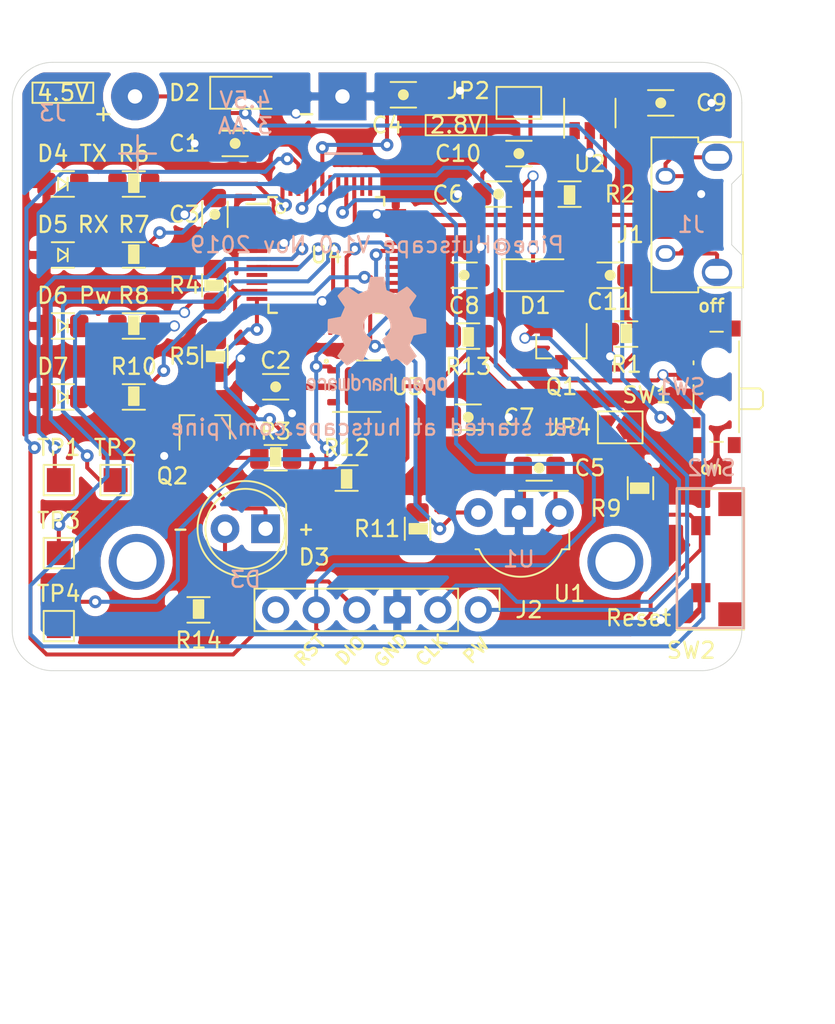
<source format=kicad_pcb>
(kicad_pcb (version 20171130) (host pcbnew "(5.1.6-0-10_14)")
  (title_block (title Pine@Hutscape) (date 2019-11-22) (rev V1.0) (company "Control aircon by monitoring temperature in other parts of the room"))
  (layers (0 F.Cu signal) (31 B.Cu signal) (34 B.Paste user hide) (35 F.Paste user) (36 B.SilkS user hide) (37 F.SilkS user) (38 B.Mask user hide) (39 F.Mask user) (44 Edge.Cuts user))
  (net 0 "")
  (net 1 GND)
  (net 2 "Net-(C4-Pad2)")
  (net 3 "Net-(C5-Pad1)")
  (net 4 "Net-(C7-Pad1)")
  (net 5 "Net-(C9-Pad1)")
  (net 6 "Net-(C10-Pad1)")
  (net 7 "Net-(D3-Pad2)")
  (net 8 "Net-(D3-Pad1)")
  (net 9 /USB_D-)
  (net 10 /USB_D+)
  (net 11 "Net-(J1-Pad6)")
  (net 12 /RST)
  (net 13 /SWDIO)
  (net 14 /SWCLK)
  (net 15 "Net-(Q2-Pad2)")
  (net 16 "Net-(R2-Pad1)")
  (net 17 /IR_Emitter)
  (net 18 /Batt)
  (net 19 /TX_LED)
  (net 20 /RX_LED)
  (net 21 /LED)
  (net 22 /SDA)
  (net 23 /SCL)
  (net 24 /IR_Receiver)
  (net 25 "Net-(C11-Pad1)")
  (net 26 "Net-(D2-Pad1)")
  (net 27 /VBAT)
  (net 28 /SWD_POWER_IN)
  (net 29 "Net-(D4-Pad1)")
  (net 30 "Net-(D5-Pad1)")
  (net 31 "Net-(D6-Pad1)")
  (net 32 "Net-(D7-Pad1)")
  (net 33 "Net-(TP1-Pad1)")
  (net 34 "Net-(TP2-Pad1)")
  (net 35 "Net-(TP3-Pad1)")
  (net 36 "Net-(TP4-Pad1)")
  (net 37 +2V8)
  (module Symbol:OSHW-Logo2_9.8x8mm_SilkScreen (layer B.Cu) (at 175.895 59.055 180)
    (fp_text reference REF** hide)
    (fp_text value OSHW-Logo2_9.8x8mm_SilkScreen hide)
  )
  (module Passives_0805:R_0805_2012Metric_Pad1.15x1.40mm_HandSolder (layer F.Cu) (at 164.71 76.2)
    (fp_text reference R14 (at 0 1.905) (layer F.SilkS))
    (fp_text value 0R)
    (pad 2 smd roundrect (at 1.025 0) (size 1.15 1.4) (layers F.Cu F.Paste F.Mask) (roundrect_rratio 0.217391) (net 7 "Net-(D3-Pad2)"))
    (pad 1 smd roundrect (at -1.025 0) (size 1.15 1.4) (layers F.Cu F.Paste F.Mask) (roundrect_rratio 0.217391) (net 37 +2V8))
  )
  (module LED_THT:LED_D5.0mm_IRGrey (layer F.Cu) (at 168.91 71.12 180)
    (fp_text reference D3 (at -3.048 -1.778 180) (layer F.SilkS))
    (fp_text value "IR LED Emitter")
    (pad 2 thru_hole circle (at 2.54 0 180) (size 1.8 1.8) (drill 0.9) (layers *.Cu *.Mask) (net 7 "Net-(D3-Pad2)"))
    (pad 1 thru_hole rect (at 0 0 180) (size 1.8 1.8) (drill 0.9) (layers *.Cu *.Mask) (net 8 "Net-(D3-Pad1)"))
  )
  (module TestPoint:TestPoint_Pad_1.5x1.5mm (layer F.Cu) (at 155.956 77.216)
    (fp_text reference TP4 (at 0 -2.032) (layer F.SilkS))
    (fp_text value TestPoint_Probe)
    (pad 1 smd rect (at 0 0) (size 1.5 1.5) (layers F.Cu F.Mask) (net 36 "Net-(TP4-Pad1)"))
  )
  (module TestPoint:TestPoint_Pad_1.5x1.5mm (layer F.Cu) (at 155.956 72.644)
    (fp_text reference TP3 (at 0 -2.032) (layer F.SilkS))
    (fp_text value TestPoint_Probe)
    (pad 1 smd rect (at 0 0) (size 1.5 1.5) (layers F.Cu F.Mask) (net 35 "Net-(TP3-Pad1)"))
  )
  (module TestPoint:TestPoint_Pad_1.5x1.5mm (layer F.Cu) (at 159.512 68.072)
    (fp_text reference TP2 (at 0 -2.032) (layer F.SilkS))
    (fp_text value TestPoint_Probe)
    (pad 1 smd rect (at 0 0) (size 1.5 1.5) (layers F.Cu F.Mask) (net 34 "Net-(TP2-Pad1)"))
  )
  (module TestPoint:TestPoint_Pad_1.5x1.5mm (layer F.Cu) (at 155.956 68.072)
    (fp_text reference TP1 (at 0 -2.032) (layer F.SilkS))
    (fp_text value TestPoint_Probe)
    (pad 1 smd rect (at 0 0) (size 1.5 1.5) (layers F.Cu F.Mask) (net 33 "Net-(TP1-Pad1)"))
  )
  (module USB_Micro-B_Horizontal:USB_Micro-B_Horizontal-U254-051T-4BH23-S2B (layer F.Cu) (at 196.088 51.435 90)
    (fp_text reference J1 (at -1.27 -4.318) (layer F.SilkS))
    (fp_text value "USB Micro type-B")
    (pad 1 smd rect (at -1.325 -1.765 180) (size 1.65 0.4) (layers F.Cu F.Paste F.Mask) (net 25 "Net-(C11-Pad1)"))
    (pad 2 smd rect (at -0.675 -1.765 180) (size 1.65 0.4) (layers F.Cu F.Paste F.Mask) (net 9 /USB_D-))
    (pad 3 smd rect (at -0.025 -1.765 180) (size 1.65 0.4) (layers F.Cu F.Paste F.Mask) (net 10 /USB_D+))
    (pad 4 smd rect (at 0.625 -1.765 180) (size 1.65 0.4) (layers F.Cu F.Paste F.Mask))
    (pad 5 smd rect (at 1.275 -1.765 180) (size 1.65 0.4) (layers F.Cu F.Paste F.Mask) (net 1 GND))
    (pad 6 thru_hole oval (at -2.445 -2.1136 90) (size 1.05 1.25) (drill oval 0.65 0.85) (layers *.Cu *.Mask) (net 11 "Net-(J1-Pad6)"))
    (pad 6 thru_hole oval (at 2.395 -2.1136 90) (size 1.05 1.25) (drill oval 0.65 0.85) (layers *.Cu *.Mask) (net 11 "Net-(J1-Pad6)"))
    (pad 6 thru_hole oval (at -3.625 1.115 90) (size 1.7 1.9) (drill oval 0.8 1.5) (layers *.Cu *.Mask) (net 11 "Net-(J1-Pad6)"))
    (pad 6 thru_hole oval (at 3.575 1.115 90) (size 1.7 1.9) (drill oval 0.8 1.5) (layers *.Cu *.Mask) (net 11 "Net-(J1-Pad6)"))
  )
  (module Passives_0805:C_0805_2012Metric_Pad1.15x1.40mm_HandSolder (layer F.Cu) (at 177.546 43.942 180)
    (fp_text reference C4 (at 1.016 -1.905 180) (layer F.SilkS))
    (fp_text value 1uF)
    (pad 2 smd roundrect (at 1.025 0 180) (size 1.15 1.4) (layers F.Cu F.Paste F.Mask) (roundrect_rratio 0.217391) (net 2 "Net-(C4-Pad2)"))
    (pad 1 smd roundrect (at -1.025 0 180) (size 1.15 1.4) (layers F.Cu F.Paste F.Mask) (roundrect_rratio 0.217391) (net 1 GND))
  )
  (module Passives_0805:LED_0805_2012Metric_Pad1.15x1.40mm_HandSolder (layer F.Cu) (at 156.21 62.865 180)
    (fp_text reference D7 (at 0.635 1.905 180) (layer F.SilkS))
    (fp_text value "LED Yellow")
    (pad 2 smd roundrect (at 1.025 0 180) (size 1.15 1.4) (layers F.Cu F.Paste F.Mask) (roundrect_rratio 0.217) (net 37 +2V8))
    (pad 1 smd roundrect (at -1.025 0 180) (size 1.15 1.4) (layers F.Cu F.Paste F.Mask) (roundrect_rratio 0.217) (net 32 "Net-(D7-Pad1)"))
  )
  (module Passives_0805:LED_0805_2012Metric_Pad1.15x1.40mm_HandSolder (layer F.Cu) (at 156.21 58.42 180)
    (fp_text reference D6 (at 0.635 1.905 180) (layer F.SilkS))
    (fp_text value "LED Yellow")
    (pad 2 smd roundrect (at 1.025 0 180) (size 1.15 1.4) (layers F.Cu F.Paste F.Mask) (roundrect_rratio 0.217) (net 37 +2V8))
    (pad 1 smd roundrect (at -1.025 0 180) (size 1.15 1.4) (layers F.Cu F.Paste F.Mask) (roundrect_rratio 0.217) (net 31 "Net-(D6-Pad1)"))
  )
  (module Passives_0805:LED_0805_2012Metric_Pad1.15x1.40mm_HandSolder (layer F.Cu) (at 156.21 53.975 180)
    (fp_text reference D5 (at 0.635 1.905 180) (layer F.SilkS))
    (fp_text value "LED Yellow")
    (pad 2 smd roundrect (at 1.025 0 180) (size 1.15 1.4) (layers F.Cu F.Paste F.Mask) (roundrect_rratio 0.217) (net 37 +2V8))
    (pad 1 smd roundrect (at -1.025 0 180) (size 1.15 1.4) (layers F.Cu F.Paste F.Mask) (roundrect_rratio 0.217) (net 30 "Net-(D5-Pad1)"))
  )
  (module Passives_0805:LED_0805_2012Metric_Pad1.15x1.40mm_HandSolder (layer F.Cu) (at 156.21 49.53 180)
    (fp_text reference D4 (at 0.635 1.905 180) (layer F.SilkS))
    (fp_text value "LED Yellow")
    (pad 2 smd roundrect (at 1.025 0 180) (size 1.15 1.4) (layers F.Cu F.Paste F.Mask) (roundrect_rratio 0.217) (net 37 +2V8))
    (pad 1 smd roundrect (at -1.025 0 180) (size 1.15 1.4) (layers F.Cu F.Paste F.Mask) (roundrect_rratio 0.217) (net 29 "Net-(D4-Pad1)"))
  )
  (module Passives_0805:R_0805_2012Metric_Pad1.15x1.40mm_HandSolder (layer F.Cu) (at 181.61 59.055 180)
    (fp_text reference R13 (at 0 -1.905 180) (layer F.SilkS))
    (fp_text value 10k)
    (pad 2 smd roundrect (at 1.025 0 180) (size 1.15 1.4) (layers F.Cu F.Paste F.Mask) (roundrect_rratio 0.217391) (net 23 /SCL))
    (pad 1 smd roundrect (at -1.025 0 180) (size 1.15 1.4) (layers F.Cu F.Paste F.Mask) (roundrect_rratio 0.217391) (net 4 "Net-(C7-Pad1)"))
  )
  (module Passives_0805:R_0805_2012Metric_Pad1.15x1.40mm_HandSolder (layer F.Cu) (at 173.99 67.945 180)
    (fp_text reference R12 (at 0 1.905 180) (layer F.SilkS))
    (fp_text value 10k)
    (pad 2 smd roundrect (at 1.025 0 180) (size 1.15 1.4) (layers F.Cu F.Paste F.Mask) (roundrect_rratio 0.217391) (net 22 /SDA))
    (pad 1 smd roundrect (at -1.025 0 180) (size 1.15 1.4) (layers F.Cu F.Paste F.Mask) (roundrect_rratio 0.217391) (net 4 "Net-(C7-Pad1)"))
  )
  (module Passives_0805:R_0805_2012Metric_Pad1.15x1.40mm_HandSolder (layer F.Cu) (at 178.435 71.12 270)
    (fp_text reference R11 (at 0 2.54) (layer F.SilkS))
    (fp_text value 470R)
    (pad 2 smd roundrect (at 1.025 0 270) (size 1.15 1.4) (layers F.Cu F.Paste F.Mask) (roundrect_rratio 0.217391) (net 3 "Net-(C5-Pad1)"))
    (pad 1 smd roundrect (at -1.025 0 270) (size 1.15 1.4) (layers F.Cu F.Paste F.Mask) (roundrect_rratio 0.217391) (net 37 +2V8))
  )
  (module Passives_0805:R_0805_2012Metric_Pad1.15x1.40mm_HandSolder (layer F.Cu) (at 160.655 62.865)
    (fp_text reference R10 (at 0 -1.905) (layer F.SilkS))
    (fp_text value 470R)
    (pad 2 smd roundrect (at 1.025 0) (size 1.15 1.4) (layers F.Cu F.Paste F.Mask) (roundrect_rratio 0.217391) (net 21 /LED))
    (pad 1 smd roundrect (at -1.025 0) (size 1.15 1.4) (layers F.Cu F.Paste F.Mask) (roundrect_rratio 0.217391) (net 32 "Net-(D7-Pad1)"))
  )
  (module Passives_0805:R_0805_2012Metric_Pad1.15x1.40mm_HandSolder (layer F.Cu) (at 192.405 68.58 90)
    (fp_text reference R9 (at -1.27 -2.159 180) (layer F.SilkS))
    (fp_text value 10k)
    (pad 2 smd roundrect (at 1.025 0 90) (size 1.15 1.4) (layers F.Cu F.Paste F.Mask) (roundrect_rratio 0.217391) (net 37 +2V8))
    (pad 1 smd roundrect (at -1.025 0 90) (size 1.15 1.4) (layers F.Cu F.Paste F.Mask) (roundrect_rratio 0.217391) (net 12 /RST))
  )
  (module Passives_0805:R_0805_2012Metric_Pad1.15x1.40mm_HandSolder (layer F.Cu) (at 160.655 58.42)
    (fp_text reference R8 (at 0 -1.905) (layer F.SilkS))
    (fp_text value 470R)
    (pad 2 smd roundrect (at 1.025 0) (size 1.15 1.4) (layers F.Cu F.Paste F.Mask) (roundrect_rratio 0.217391) (net 1 GND))
    (pad 1 smd roundrect (at -1.025 0) (size 1.15 1.4) (layers F.Cu F.Paste F.Mask) (roundrect_rratio 0.217391) (net 31 "Net-(D6-Pad1)"))
  )
  (module Passives_0805:R_0805_2012Metric_Pad1.15x1.40mm_HandSolder (layer F.Cu) (at 160.655 53.975)
    (fp_text reference R7 (at 0 -1.905) (layer F.SilkS))
    (fp_text value 470R)
    (pad 2 smd roundrect (at 1.025 0) (size 1.15 1.4) (layers F.Cu F.Paste F.Mask) (roundrect_rratio 0.217391) (net 20 /RX_LED))
    (pad 1 smd roundrect (at -1.025 0) (size 1.15 1.4) (layers F.Cu F.Paste F.Mask) (roundrect_rratio 0.217391) (net 30 "Net-(D5-Pad1)"))
  )
  (module Passives_0805:R_0805_2012Metric_Pad1.15x1.40mm_HandSolder (layer F.Cu) (at 160.655 49.53)
    (fp_text reference R6 (at 0 -1.905) (layer F.SilkS))
    (fp_text value 470R)
    (pad 2 smd roundrect (at 1.025 0) (size 1.15 1.4) (layers F.Cu F.Paste F.Mask) (roundrect_rratio 0.217391) (net 19 /TX_LED))
    (pad 1 smd roundrect (at -1.025 0) (size 1.15 1.4) (layers F.Cu F.Paste F.Mask) (roundrect_rratio 0.217391) (net 29 "Net-(D4-Pad1)"))
  )
  (module Passives_0805:R_0805_2012Metric_Pad1.15x1.40mm_HandSolder (layer F.Cu) (at 165.735 60.325 270)
    (fp_text reference R5 (at 0 1.905) (layer F.SilkS))
    (fp_text value 100k)
    (pad 2 smd roundrect (at 1.025 0 270) (size 1.15 1.4) (layers F.Cu F.Paste F.Mask) (roundrect_rratio 0.217391) (net 1 GND))
    (pad 1 smd roundrect (at -1.025 0 270) (size 1.15 1.4) (layers F.Cu F.Paste F.Mask) (roundrect_rratio 0.217391) (net 18 /Batt))
  )
  (module Passives_0805:R_0805_2012Metric_Pad1.15x1.40mm_HandSolder (layer F.Cu) (at 165.735 55.88 90)
    (fp_text reference R4 (at 0 -1.905 180) (layer F.SilkS))
    (fp_text value 100k)
    (pad 2 smd roundrect (at 1.025 0 90) (size 1.15 1.4) (layers F.Cu F.Paste F.Mask) (roundrect_rratio 0.217391) (net 18 /Batt))
    (pad 1 smd roundrect (at -1.025 0 90) (size 1.15 1.4) (layers F.Cu F.Paste F.Mask) (roundrect_rratio 0.217391) (net 27 /VBAT))
  )
  (module Passives_0805:R_0805_2012Metric_Pad1.15x1.40mm_HandSolder (layer F.Cu) (at 169.545 66.675)
    (fp_text reference R3 (at 0 -1.65) (layer F.SilkS))
    (fp_text value 470R)
    (pad 2 smd roundrect (at 1.025 0) (size 1.15 1.4) (layers F.Cu F.Paste F.Mask) (roundrect_rratio 0.217391) (net 17 /IR_Emitter))
    (pad 1 smd roundrect (at -1.025 0) (size 1.15 1.4) (layers F.Cu F.Paste F.Mask) (roundrect_rratio 0.217391) (net 15 "Net-(Q2-Pad2)"))
  )
  (module Passives_0805:R_0805_2012Metric_Pad1.15x1.40mm_HandSolder (layer F.Cu) (at 187.96 50.165 180)
    (fp_text reference R2 (at -3.175 0 180) (layer F.SilkS))
    (fp_text value 100k)
    (pad 2 smd roundrect (at 1.025 0 180) (size 1.15 1.4) (layers F.Cu F.Paste F.Mask) (roundrect_rratio 0.217391) (net 28 /SWD_POWER_IN))
    (pad 1 smd roundrect (at -1.025 0 180) (size 1.15 1.4) (layers F.Cu F.Paste F.Mask) (roundrect_rratio 0.217391) (net 16 "Net-(R2-Pad1)"))
  )
  (module Passives_0805:R_0805_2012Metric_Pad1.15x1.40mm_HandSolder (layer F.Cu) (at 191.516 58.928)
    (fp_text reference R1 (at 0 1.905) (layer F.SilkS))
    (fp_text value 10k)
    (pad 2 smd roundrect (at 1.025 0) (size 1.15 1.4) (layers F.Cu F.Paste F.Mask) (roundrect_rratio 0.217391) (net 25 "Net-(C11-Pad1)"))
    (pad 1 smd roundrect (at -1.025 0) (size 1.15 1.4) (layers F.Cu F.Paste F.Mask) (roundrect_rratio 0.217391) (net 1 GND))
  )
  (module Passives_0805:C_0805_2012Metric_Pad1.15x1.40mm_HandSolder (layer F.Cu) (at 190.5 55.245 180)
    (fp_text reference C11 (at 0 -1.65 180) (layer F.SilkS))
    (fp_text value 10uF)
    (pad 2 smd roundrect (at 1.025 0 180) (size 1.15 1.4) (layers F.Cu F.Paste F.Mask) (roundrect_rratio 0.217391) (net 1 GND))
    (pad 1 smd roundrect (at -1.025 0 180) (size 1.15 1.4) (layers F.Cu F.Paste F.Mask) (roundrect_rratio 0.217391) (net 25 "Net-(C11-Pad1)"))
  )
  (module Passives_0805:C_0805_2012Metric_Pad1.15x1.40mm_HandSolder (layer F.Cu) (at 184.785 47.625 180)
    (fp_text reference C10 (at 3.81 0 180) (layer F.SilkS))
    (fp_text value 1uF)
    (pad 2 smd roundrect (at 1.025 0 180) (size 1.15 1.4) (layers F.Cu F.Paste F.Mask) (roundrect_rratio 0.217391) (net 1 GND))
    (pad 1 smd roundrect (at -1.025 0 180) (size 1.15 1.4) (layers F.Cu F.Paste F.Mask) (roundrect_rratio 0.217391) (net 6 "Net-(C10-Pad1)"))
  )
  (module Passives_0805:C_0805_2012Metric_Pad1.15x1.40mm_HandSolder (layer F.Cu) (at 193.675 44.45)
    (fp_text reference C9 (at 3.175 0) (layer F.SilkS))
    (fp_text value 10nF)
    (pad 2 smd roundrect (at 1.025 0) (size 1.15 1.4) (layers F.Cu F.Paste F.Mask) (roundrect_rratio 0.217391) (net 1 GND))
    (pad 1 smd roundrect (at -1.025 0) (size 1.15 1.4) (layers F.Cu F.Paste F.Mask) (roundrect_rratio 0.217391) (net 5 "Net-(C9-Pad1)"))
  )
  (module Passives_0805:C_0805_2012Metric_Pad1.15x1.40mm_HandSolder (layer F.Cu) (at 181.356 55.245)
    (fp_text reference C8 (at 0 1.905) (layer F.SilkS))
    (fp_text value 10uF)
    (pad 2 smd roundrect (at 1.025 0) (size 1.15 1.4) (layers F.Cu F.Paste F.Mask) (roundrect_rratio 0.217391) (net 1 GND))
    (pad 1 smd roundrect (at -1.025 0) (size 1.15 1.4) (layers F.Cu F.Paste F.Mask) (roundrect_rratio 0.217391) (net 37 +2V8))
  )
  (module Passives_0805:C_0805_2012Metric_Pad1.15x1.40mm_HandSolder (layer F.Cu) (at 181.61 64.135)
    (fp_text reference C7 (at 3.175 0) (layer F.SilkS))
    (fp_text value 1uF)
    (pad 2 smd roundrect (at 1.025 0) (size 1.15 1.4) (layers F.Cu F.Paste F.Mask) (roundrect_rratio 0.217391) (net 1 GND))
    (pad 1 smd roundrect (at -1.025 0) (size 1.15 1.4) (layers F.Cu F.Paste F.Mask) (roundrect_rratio 0.217391) (net 4 "Net-(C7-Pad1)"))
  )
  (module Passives_0805:C_0805_2012Metric_Pad1.15x1.40mm_HandSolder (layer F.Cu) (at 183.515 50.165 180)
    (fp_text reference C6 (at 3.175 0 180) (layer F.SilkS))
    (fp_text value 1uF)
    (pad 2 smd roundrect (at 1.025 0 180) (size 1.15 1.4) (layers F.Cu F.Paste F.Mask) (roundrect_rratio 0.217391) (net 1 GND))
    (pad 1 smd roundrect (at -1.025 0 180) (size 1.15 1.4) (layers F.Cu F.Paste F.Mask) (roundrect_rratio 0.217391) (net 28 /SWD_POWER_IN))
  )
  (module Passives_0805:C_0805_2012Metric_Pad1.15x1.40mm_HandSolder (layer F.Cu) (at 186.055 67.31 180)
    (fp_text reference C5 (at -3.175 0 180) (layer F.SilkS))
    (fp_text value 1uF)
    (pad 2 smd roundrect (at 1.025 0 180) (size 1.15 1.4) (layers F.Cu F.Paste F.Mask) (roundrect_rratio 0.217391) (net 1 GND))
    (pad 1 smd roundrect (at -1.025 0 180) (size 1.15 1.4) (layers F.Cu F.Paste F.Mask) (roundrect_rratio 0.217391) (net 3 "Net-(C5-Pad1)"))
  )
  (module Passives_0805:C_0805_2012Metric_Pad1.15x1.40mm_HandSolder (layer F.Cu) (at 165.735 51.435 90)
    (fp_text reference C3 (at 0 -1.905 180) (layer F.SilkS))
    (fp_text value 100nF)
    (pad 2 smd roundrect (at 1.025 0 90) (size 1.15 1.4) (layers F.Cu F.Paste F.Mask) (roundrect_rratio 0.217391) (net 1 GND))
    (pad 1 smd roundrect (at -1.025 0 90) (size 1.15 1.4) (layers F.Cu F.Paste F.Mask) (roundrect_rratio 0.217391) (net 37 +2V8))
  )
  (module Passives_0805:C_0805_2012Metric_Pad1.15x1.40mm_HandSolder (layer F.Cu) (at 169.545 62.23)
    (fp_text reference C2 (at 0 -1.65) (layer F.SilkS))
    (fp_text value 100nF)
    (pad 2 smd roundrect (at 1.025 0) (size 1.15 1.4) (layers F.Cu F.Paste F.Mask) (roundrect_rratio 0.217391) (net 1 GND))
    (pad 1 smd roundrect (at -1.025 0) (size 1.15 1.4) (layers F.Cu F.Paste F.Mask) (roundrect_rratio 0.217391) (net 37 +2V8))
  )
  (module Passives_0805:C_0805_2012Metric_Pad1.15x1.40mm_HandSolder (layer F.Cu) (at 167.005 46.99 180)
    (fp_text reference C1 (at 3.175 0 180) (layer F.SilkS))
    (fp_text value 100nF)
    (pad 2 smd roundrect (at 1.025 0 180) (size 1.15 1.4) (layers F.Cu F.Paste F.Mask) (roundrect_rratio 0.217391) (net 1 GND))
    (pad 1 smd roundrect (at -1.025 0 180) (size 1.15 1.4) (layers F.Cu F.Paste F.Mask) (roundrect_rratio 0.217391) (net 37 +2V8))
  )
  (module BatteryHolder_Takachi_SN3-3PC_3xAA:BatteryHolder_Takachi_SN3-3PC_3AA (layer F.Cu) (at 175.829999 73.195 270)
    (fp_text reference J3 (at -28.11 20.254999) (layer B.SilkS) (effects (justify mirror)))
    (fp_text value "Battery connector")
    (fp_text user - (at -25.8064 2.032) (layer B.SilkS) (effects (font (size 3 3))))
    (fp_text user - (at -25.8064 2.032) (layer B.SilkS) (effects (font (size 3 3))))
    (fp_text user + (at -25.57 15.174999 270) (layer B.SilkS) (effects (font (size 3 3))))
    (pad "" np_thru_hole circle (at 0 15 270) (size 3.5 3.5) (drill 2.5) (layers *.Cu *.Mask))
    (pad 1 thru_hole circle (at -29.15 15.1 270) (size 3 3) (drill 0.9) (layers *.Cu *.Mask) (net 26 "Net-(D2-Pad1)"))
    (pad 2 thru_hole rect (at -29.15 2.1 270) (size 3 3) (drill 0.9) (layers *.Cu *.Mask) (net 1 GND))
    (pad "" np_thru_hole circle (at 0 -15 270) (size 3.5 3.5) (drill 2.5) (layers *.Cu *.Mask))
  )
  (module Package_TO_SOT_SMD:SOT-23 (layer F.Cu) (at 165.1 64.77 90)
    (fp_text reference Q2 (at -3.048 -2.032 -180) (layer F.SilkS))
    (fp_text value "NPN Transistor")
    (pad 3 smd rect (at 1 0 90) (size 0.9 0.8) (layers F.Cu F.Paste F.Mask) (net 8 "Net-(D3-Pad1)"))
    (pad 2 smd rect (at -1 0.95 90) (size 0.9 0.8) (layers F.Cu F.Paste F.Mask) (net 15 "Net-(Q2-Pad2)"))
    (pad 1 smd rect (at -1 -0.95 90) (size 0.9 0.8) (layers F.Cu F.Paste F.Mask) (net 1 GND))
  )
  (module Package_QFP:TQFP-48_7x7mm_P0.5mm (layer F.Cu) (at 172.72 53.975)
    (fp_text reference U4 (at 0 0) (layer F.SilkS))
    (fp_text value MCU)
    (pad 48 smd rect (at -2.75 -4.35 90) (size 1.3 0.25) (layers F.Cu F.Paste F.Mask) (net 20 /RX_LED))
    (pad 47 smd rect (at -2.25 -4.35 90) (size 1.3 0.25) (layers F.Cu F.Paste F.Mask))
    (pad 46 smd rect (at -1.75 -4.35 90) (size 1.3 0.25) (layers F.Cu F.Paste F.Mask) (net 13 /SWDIO))
    (pad 45 smd rect (at -1.25 -4.35 90) (size 1.3 0.25) (layers F.Cu F.Paste F.Mask) (net 14 /SWCLK))
    (pad 44 smd rect (at -0.75 -4.35 90) (size 1.3 0.25) (layers F.Cu F.Paste F.Mask) (net 37 +2V8))
    (pad 43 smd rect (at -0.25 -4.35 90) (size 1.3 0.25) (layers F.Cu F.Paste F.Mask) (net 2 "Net-(C4-Pad2)"))
    (pad 42 smd rect (at 0.25 -4.35 90) (size 1.3 0.25) (layers F.Cu F.Paste F.Mask) (net 1 GND))
    (pad 41 smd rect (at 0.75 -4.35 90) (size 1.3 0.25) (layers F.Cu F.Paste F.Mask))
    (pad 40 smd rect (at 1.25 -4.35 90) (size 1.3 0.25) (layers F.Cu F.Paste F.Mask) (net 12 /RST))
    (pad 39 smd rect (at 1.75 -4.35 90) (size 1.3 0.25) (layers F.Cu F.Paste F.Mask) (net 19 /TX_LED))
    (pad 38 smd rect (at 2.25 -4.35 90) (size 1.3 0.25) (layers F.Cu F.Paste F.Mask))
    (pad 37 smd rect (at 2.75 -4.35 90) (size 1.3 0.25) (layers F.Cu F.Paste F.Mask))
    (pad 36 smd rect (at 4.35 -2.75) (size 1.3 0.25) (layers F.Cu F.Paste F.Mask) (net 37 +2V8))
    (pad 35 smd rect (at 4.35 -2.25) (size 1.3 0.25) (layers F.Cu F.Paste F.Mask) (net 1 GND))
    (pad 34 smd rect (at 4.35 -1.75) (size 1.3 0.25) (layers F.Cu F.Paste F.Mask) (net 10 /USB_D+))
    (pad 33 smd rect (at 4.35 -1.25) (size 1.3 0.25) (layers F.Cu F.Paste F.Mask) (net 9 /USB_D-))
    (pad 32 smd rect (at 4.35 -0.75) (size 1.3 0.25) (layers F.Cu F.Paste F.Mask) (net 23 /SCL))
    (pad 31 smd rect (at 4.35 -0.25) (size 1.3 0.25) (layers F.Cu F.Paste F.Mask) (net 22 /SDA))
    (pad 30 smd rect (at 4.35 0.25) (size 1.3 0.25) (layers F.Cu F.Paste F.Mask))
    (pad 29 smd rect (at 4.35 0.75) (size 1.3 0.25) (layers F.Cu F.Paste F.Mask))
    (pad 28 smd rect (at 4.35 1.25) (size 1.3 0.25) (layers F.Cu F.Paste F.Mask))
    (pad 27 smd rect (at 4.35 1.75) (size 1.3 0.25) (layers F.Cu F.Paste F.Mask))
    (pad 26 smd rect (at 4.35 2.25) (size 1.3 0.25) (layers F.Cu F.Paste F.Mask) (net 21 /LED))
    (pad 25 smd rect (at 4.35 2.75) (size 1.3 0.25) (layers F.Cu F.Paste F.Mask))
    (pad 24 smd rect (at 2.75 4.35 90) (size 1.3 0.25) (layers F.Cu F.Paste F.Mask) (net 24 /IR_Receiver))
    (pad 23 smd rect (at 2.25 4.35 90) (size 1.3 0.25) (layers F.Cu F.Paste F.Mask))
    (pad 22 smd rect (at 1.75 4.35 90) (size 1.3 0.25) (layers F.Cu F.Paste F.Mask) (net 36 "Net-(TP4-Pad1)"))
    (pad 21 smd rect (at 1.25 4.35 90) (size 1.3 0.25) (layers F.Cu F.Paste F.Mask) (net 35 "Net-(TP3-Pad1)"))
    (pad 20 smd rect (at 0.75 4.35 90) (size 1.3 0.25) (layers F.Cu F.Paste F.Mask))
    (pad 19 smd rect (at 0.25 4.35 90) (size 1.3 0.25) (layers F.Cu F.Paste F.Mask))
    (pad 18 smd rect (at -0.25 4.35 90) (size 1.3 0.25) (layers F.Cu F.Paste F.Mask) (net 1 GND))
    (pad 17 smd rect (at -0.75 4.35 90) (size 1.3 0.25) (layers F.Cu F.Paste F.Mask) (net 37 +2V8))
    (pad 16 smd rect (at -1.25 4.35 90) (size 1.3 0.25) (layers F.Cu F.Paste F.Mask))
    (pad 15 smd rect (at -1.75 4.35 90) (size 1.3 0.25) (layers F.Cu F.Paste F.Mask))
    (pad 14 smd rect (at -2.25 4.35 90) (size 1.3 0.25) (layers F.Cu F.Paste F.Mask))
    (pad 13 smd rect (at -2.75 4.35 90) (size 1.3 0.25) (layers F.Cu F.Paste F.Mask))
    (pad 12 smd rect (at -4.35 2.75) (size 1.3 0.25) (layers F.Cu F.Paste F.Mask) (net 17 /IR_Emitter))
    (pad 11 smd rect (at -4.35 2.25) (size 1.3 0.25) (layers F.Cu F.Paste F.Mask) (net 18 /Batt))
    (pad 10 smd rect (at -4.35 1.75) (size 1.3 0.25) (layers F.Cu F.Paste F.Mask))
    (pad 9 smd rect (at -4.35 1.25) (size 1.3 0.25) (layers F.Cu F.Paste F.Mask))
    (pad 8 smd rect (at -4.35 0.75) (size 1.3 0.25) (layers F.Cu F.Paste F.Mask) (net 34 "Net-(TP2-Pad1)"))
    (pad 7 smd rect (at -4.35 0.25) (size 1.3 0.25) (layers F.Cu F.Paste F.Mask) (net 33 "Net-(TP1-Pad1)"))
    (pad 6 smd rect (at -4.35 -0.25) (size 1.3 0.25) (layers F.Cu F.Paste F.Mask) (net 37 +2V8))
    (pad 5 smd rect (at -4.35 -0.75) (size 1.3 0.25) (layers F.Cu F.Paste F.Mask) (net 1 GND))
    (pad 4 smd rect (at -4.35 -1.25) (size 1.3 0.25) (layers F.Cu F.Paste F.Mask))
    (pad 3 smd rect (at -4.35 -1.75) (size 1.3 0.25) (layers F.Cu F.Paste F.Mask))
    (pad 2 smd rect (at -4.35 -2.25) (size 1.3 0.25) (layers F.Cu F.Paste F.Mask))
    (pad 1 smd rect (at -4.35 -2.75) (size 1.3 0.25) (layers F.Cu F.Paste F.Mask))
  )
  (module Package_DFN_QFN:DFN-6-1EP_3x3mm_P1mm_EP1.5x2.4mm (layer F.Cu) (at 174.625 62.195)
    (fp_text reference U3 (at 3.175 0.035) (layer F.SilkS))
    (fp_text value "Temperature sensor")
    (pad 6 smd roundrect (at 1.45 -1) (size 0.8 0.4) (layers F.Cu F.Paste F.Mask) (net 23 /SCL))
    (pad 5 smd roundrect (at 1.45 0) (size 0.8 0.4) (layers F.Cu F.Paste F.Mask) (net 4 "Net-(C7-Pad1)"))
    (pad 4 smd roundrect (at 1.45 1) (size 0.8 0.4) (layers F.Cu F.Paste F.Mask))
    (pad 3 smd roundrect (at -1.45 1) (size 0.8 0.4) (layers F.Cu F.Paste F.Mask))
    (pad 2 smd roundrect (at -1.45 0) (size 0.8 0.4) (layers F.Cu F.Paste F.Mask) (net 1 GND))
    (pad 1 smd roundrect (at -1.45 -1) (size 0.8 0.4) (layers F.Cu F.Paste F.Mask) (net 22 /SDA))
    (pad 7 smd roundrect (at 0 0) (size 1.5 2.4) (layers F.Cu F.Mask) (roundrect_rratio 0.166667))
  )
  (module Package_TO_SOT_SMD:SOT-23-5 (layer F.Cu) (at 189.23 45.085 90)
    (fp_text reference U2 (at -3.175 0 180) (layer F.SilkS))
    (fp_text value LDO)
    (pad 5 smd rect (at 1.1 -0.95 90) (size 1.06 0.65) (layers F.Cu F.Paste F.Mask) (net 6 "Net-(C10-Pad1)"))
    (pad 4 smd rect (at 1.1 0.95 90) (size 1.06 0.65) (layers F.Cu F.Paste F.Mask) (net 5 "Net-(C9-Pad1)"))
    (pad 3 smd rect (at -1.1 0.95 90) (size 1.06 0.65) (layers F.Cu F.Paste F.Mask) (net 16 "Net-(R2-Pad1)"))
    (pad 2 smd rect (at -1.1 0 90) (size 1.06 0.65) (layers F.Cu F.Paste F.Mask) (net 1 GND))
    (pad 1 smd rect (at -1.1 -0.95 90) (size 1.06 0.65) (layers F.Cu F.Paste F.Mask) (net 28 /SWD_POWER_IN))
  )
  (module OptoDevice:Vishay_MOLD-3Pin (layer F.Cu) (at 182.245 70.104)
    (fp_text reference U1 (at 5.715 5.08 180) (layer F.SilkS))
    (fp_text value "IR Receiver")
    (pad 3 thru_hole circle (at 5.08 0) (size 1.8 1.8) (drill 0.9) (layers *.Cu *.Mask) (net 3 "Net-(C5-Pad1)"))
    (pad 2 thru_hole rect (at 2.54 0) (size 1.8 1.8) (drill 0.9) (layers *.Cu *.Mask) (net 1 GND))
    (pad 1 thru_hole circle (at 0 0) (size 1.8 1.8) (drill 0.9) (layers *.Cu *.Mask) (net 24 /IR_Receiver))
  )
  (module Push_Button:Tactile_pushbutton (layer F.Cu) (at 197.485 73.025 270)
    (fp_text reference SW2 (at 5.715 1.905 180) (layer F.SilkS))
    (fp_text value "Push button")
    (pad "" smd rect (at -3.45 -0.55 270) (size 1.5 1.5) (layers F.Cu F.Paste F.Mask))
    (pad "" np_thru_hole circle (at 1.15 0 270) (size 0.9 0.9) (drill 0.9) (layers *.Cu *.Mask))
    (pad 1 smd rect (at -2.1 1.3 270) (size 1.2 1.2) (layers F.Cu F.Paste F.Mask) (net 12 /RST))
    (pad 2 smd rect (at 2.1 1.3 270) (size 1.2 1.2) (layers F.Cu F.Paste F.Mask) (net 1 GND))
    (pad "" np_thru_hole circle (at -1.15 0 270) (size 0.9 0.9) (drill 0.9) (layers *.Cu *.Mask))
    (pad "" smd rect (at 3.45 -0.55 270) (size 1.5 1.5) (layers F.Cu F.Paste F.Mask))
  )
  (module Button_Switch_SMD:SW_SPDT_PCM12 (layer F.Cu) (at 196.85 62.23 90)
    (fp_text reference SW1 (at -0.508 -4.064) (layer F.SilkS))
    (fp_text value Switch)
    (pad "" smd rect (at -3.65 -0.78 90) (size 1 0.8) (layers F.Cu F.Paste F.Mask))
    (pad "" smd rect (at 3.65 -0.78 90) (size 1 0.8) (layers F.Cu F.Paste F.Mask))
    (pad "" smd rect (at 3.65 1.43 90) (size 1 0.8) (layers F.Cu F.Paste F.Mask))
    (pad "" smd rect (at -3.65 1.43 90) (size 1 0.8) (layers F.Cu F.Paste F.Mask))
    (pad 3 smd rect (at 2.25 -1.43 90) (size 0.7 1.5) (layers F.Cu F.Paste F.Mask))
    (pad 2 smd rect (at 0.75 -1.43 90) (size 0.7 1.5) (layers F.Cu F.Paste F.Mask) (net 27 /VBAT))
    (pad 1 smd rect (at -2.25 -1.43 90) (size 0.7 1.5) (layers F.Cu F.Paste F.Mask) (net 26 "Net-(D2-Pad1)"))
    (pad "" np_thru_hole circle (at 1.5 0.33 90) (size 0.9 0.9) (drill 0.9) (layers *.Cu *.Mask))
    (pad "" np_thru_hole circle (at -1.5 0.33 90) (size 0.9 0.9) (drill 0.9) (layers *.Cu *.Mask))
  )
  (module Package_TO_SOT_SMD:SOT-23 (layer F.Cu) (at 187.452 59.69 270)
    (fp_text reference Q1 (at 2.54 0) (layer F.SilkS))
    (fp_text value "p-channel MOSFET")
    (pad 3 smd rect (at 1 0 270) (size 0.9 0.8) (layers F.Cu F.Paste F.Mask) (net 27 /VBAT))
    (pad 2 smd rect (at -1 0.95 270) (size 0.9 0.8) (layers F.Cu F.Paste F.Mask) (net 28 /SWD_POWER_IN))
    (pad 1 smd rect (at -1 -0.95 270) (size 0.9 0.8) (layers F.Cu F.Paste F.Mask) (net 25 "Net-(C11-Pad1)"))
  )
  (module Jumper:SolderJumper-2_P1.3mm_Open_TrianglePad1.0x1.5mm (layer F.Cu) (at 191.135 64.77 180)
    (fp_text reference JP4 (at 3.175 0) (layer F.SilkS))
    (fp_text value "Open solder jumper")
    (pad 1 smd custom (at -0.725 0 180) (size 0.3 0.3) (layers F.Cu F.Mask) (net 37 +2V8) (options (clearance outline) (anchor rect)) (primitives (gr_poly (pts (xy -0.5 -0.75) (xy 0.5 -0.75) (xy 1 0) (xy 0.5 0.75) (xy -0.5 0.75)) (width 0))))
    (pad 2 smd custom (at 0.725 0 180) (size 0.3 0.3) (layers F.Cu F.Mask) (net 4 "Net-(C7-Pad1)") (options (clearance outline) (anchor rect)) (primitives (gr_poly (pts (xy -0.65 -0.75) (xy 0.5 -0.75) (xy 0.5 0.75) (xy -0.65 0.75) (xy -0.15 0)) (width 0))))
  )
  (module Jumper:SolderJumper-2_P1.3mm_Open_TrianglePad1.0x1.5mm (layer F.Cu) (at 184.785 44.45 180)
    (fp_text reference JP2 (at 3.175 0.762 180) (layer F.SilkS))
    (fp_text value "Open solder jumper")
    (pad 1 smd custom (at -0.725 0 180) (size 0.3 0.3) (layers F.Cu F.Mask) (net 6 "Net-(C10-Pad1)") (options (clearance outline) (anchor rect)) (primitives (gr_poly (pts (xy -0.5 -0.75) (xy 0.5 -0.75) (xy 1 0) (xy 0.5 0.75) (xy -0.5 0.75)) (width 0))))
    (pad 2 smd custom (at 0.725 0 180) (size 0.3 0.3) (layers F.Cu F.Mask) (net 37 +2V8) (options (clearance outline) (anchor rect)) (primitives (gr_poly (pts (xy -0.65 -0.75) (xy 0.5 -0.75) (xy 0.5 0.75) (xy -0.65 0.75) (xy -0.15 0)) (width 0))))
  )
  (module Connector_PinHeader_2.54mm:PinHeader_1x06_P2.54mm_Vertical (layer F.Cu) (at 182.245 76.2 270)
    (fp_text reference J2 (at 0 -3.175) (layer F.SilkS))
    (fp_text value "01x06 Male conn")
    (pad 6 thru_hole oval (at 0 12.7 270) (size 1.7 1.7) (drill 1) (layers *.Cu *.Mask))
    (pad 5 thru_hole oval (at 0 10.16 270) (size 1.7 1.7) (drill 1) (layers *.Cu *.Mask) (net 12 /RST))
    (pad 4 thru_hole oval (at 0 7.62 270) (size 1.7 1.7) (drill 1) (layers *.Cu *.Mask) (net 13 /SWDIO))
    (pad 3 thru_hole rect (at 0 5.08 270) (size 1.7 1.7) (drill 1) (layers *.Cu *.Mask) (net 1 GND))
    (pad 2 thru_hole oval (at 0 2.54 270) (size 1.7 1.7) (drill 1) (layers *.Cu *.Mask) (net 14 /SWCLK))
    (pad 1 thru_hole circle (at 0 0 270) (size 1.7 1.7) (drill 1) (layers *.Cu *.Mask) (net 28 /SWD_POWER_IN))
  )
  (module Diode_SMD:D_SOD-123F (layer F.Cu) (at 185.928 55.245)
    (fp_text reference D1 (at -0.127 1.905) (layer F.SilkS))
    (fp_text value "Schottky diode")
    (pad 2 smd rect (at 1.4 0) (size 1.1 1.1) (layers F.Cu F.Paste F.Mask) (net 25 "Net-(C11-Pad1)"))
    (pad 1 smd rect (at -1.4 0) (size 1.1 1.1) (layers F.Cu F.Paste F.Mask) (net 28 /SWD_POWER_IN))
  )
  (module Diode_SMD:D_SOD-123F (layer F.Cu) (at 167.64 43.815)
    (fp_text reference D2 (at -3.81 0) (layer F.SilkS))
    (fp_text value "Schottky diode")
    (pad 1 smd rect (at -1.4 0) (size 1.1 1.1) (layers F.Cu F.Paste F.Mask) (net 26 "Net-(D2-Pad1)"))
    (pad 2 smd rect (at 1.4 0) (size 1.1 1.1) (layers F.Cu F.Paste F.Mask) (net 1 GND))
  )
  (gr_line (start 198.755 53.975) (end 198.755 77.47) (layer Edge.Cuts) (width 0.05))
  (gr_line (start 198.755 44.45) (end 198.755 48.895) (layer Edge.Cuts) (width 0.05))
  (gr_line (start 198.12 53.34) (end 198.755 53.975) (layer Edge.Cuts) (width 0.05))
  (gr_line (start 198.12 49.53) (end 198.12 53.34) (layer Edge.Cuts) (width 0.05))
  (gr_line (start 198.755 48.895) (end 198.12 49.53) (layer Edge.Cuts) (width 0.05))
  (gr_text PW (at 182.118 78.74 45) (layer F.SilkS) (effects (font (size 0.8 0.8))))
  (gr_text CLK (at 179.324 78.74 45) (layer F.SilkS) (effects (font (size 0.8 0.8))))
  (gr_text GND (at 176.784 78.74 45) (layer F.SilkS) (effects (font (size 0.8 0.8))))
  (gr_text RST (at 171.704 78.74 45) (layer F.SilkS) (effects (font (size 0.8 0.8))))
  (gr_text off (at 196.85 57.15) (layer F.SilkS) (effects (font (size 0.8 0.8))))
  (gr_text on (at 196.85 67.31) (layer F.SilkS) (effects (font (size 0.8 0.8))))
  (gr_text Reset (at 192.278 76.708) (layer F.SilkS) (effects (font (size 1 1))))
  (gr_line (start 153.035 44.45) (end 153.035 77.47) (layer Edge.Cuts) (width 0.05))
  (gr_circle (center 172.72 60.6298) (end 172.6184 60.6298) (layer F.SilkS) (width 0.12))
  (gr_line (start 154.305 43.18) (end 154.305 44.45) (layer F.SilkS) (width 0.12))
  (gr_line (start 158.115 43.18) (end 154.305 43.18) (layer F.SilkS) (width 0.12))
  (gr_line (start 158.115 44.45) (end 158.115 43.18) (layer F.SilkS) (width 0.12))
  (gr_line (start 182.753 45.212) (end 178.943 45.212) (layer F.SilkS) (width 0.12))
  (gr_line (start 182.753 46.482) (end 182.753 45.212) (layer F.SilkS) (width 0.12))
  (gr_line (start 178.943 46.482) (end 182.753 46.482) (layer F.SilkS) (width 0.12))
  (gr_line (start 178.943 45.212) (end 178.943 46.482) (layer F.SilkS) (width 0.12))
  (gr_line (start 158.115 44.45) (end 154.305 44.45) (layer F.SilkS) (width 0.12))
  (gr_text 4.5V (at 156.21 43.815) (layer F.SilkS) (effects (font (size 1 1))))
  (gr_text + (at 158.75 45.085) (layer F.SilkS) (effects (font (size 1 1))))
  (gr_text - (at 171.45 45.085) (layer F.SilkS) (effects (font (size 1 1))))
  (gr_text 2.8V (at 180.848 45.847) (layer F.SilkS) (effects (font (size 1 1))))
  (gr_line (start 196.215 80.01) (end 155.575 80.01) (layer Edge.Cuts) (width 0.05))
  (gr_line (start 155.575 41.91) (end 196.215 41.91) (layer Edge.Cuts) (width 0.05))
  (gr_arc (start 155.575 44.45) (end 155.575 41.91) (angle -90) (layer Edge.Cuts) (width 0.05))
  (gr_arc (start 196.215 44.45) (end 198.755 44.45) (angle -90) (layer Edge.Cuts) (width 0.05))
  (gr_text "4.5V\n3 AA" (at 167.64 45.085) (layer B.SilkS) (effects (font (size 1 1)) (justify mirror)))
  (gr_text U1 (at 184.785 73.025) (layer B.SilkS) (effects (font (size 1 1)) (justify mirror)))
  (gr_text D3 (at 167.64 74.295) (layer B.SilkS) (effects (font (size 1 1)) (justify mirror)))
  (gr_text SW2 (at 196.85 67.31) (layer B.SilkS) (effects (font (size 1 1)) (justify mirror)))
  (gr_text SW1 (at 194.945 62.23) (layer B.SilkS) (effects (font (size 1 1)) (justify mirror)))
  (gr_text J1 (at 195.58 52.07) (layer B.SilkS) (effects (font (size 1 1)) (justify mirror)))
  (gr_text "Get started at hutscape.com/pine" (at 175.895 64.77) (layer B.SilkS) (effects (font (size 1 1)) (justify mirror)))
  (gr_text "Pine@Hutscape V1.0 Nov 2019" (at 175.895 53.34) (layer B.SilkS) (effects (font (size 1 1)) (justify mirror)))
  (gr_circle (center 169.8498 51.054) (end 169.545 51.054) (layer F.SilkS) (width 0.12))
  (gr_text - (at 163.576 71.12) (layer F.SilkS) (effects (font (size 0.8 0.8))))
  (gr_text + (at 171.45 71.12) (layer F.SilkS) (effects (font (size 0.8 0.8))))
  (gr_text DIO (at 174.244 78.74 45) (layer F.SilkS) (effects (font (size 0.8 0.8))))
  (gr_text Pw (at 158.242 56.515) (layer F.SilkS) (effects (font (size 1 1))))
  (gr_text RX (at 158.115 52.07) (layer F.SilkS) (effects (font (size 1 1))))
  (gr_text TX (at 158.115 47.625) (layer F.SilkS) (effects (font (size 1 1))))
  (gr_arc (start 155.575 77.47) (end 153.035 77.47) (angle -90) (layer Edge.Cuts) (width 0.05))
  (gr_arc (start 196.215 77.47) (end 196.215 80.01) (angle -90) (layer Edge.Cuts) (width 0.05))
  (segment (start 169.99 43.815) (end 170.815 44.64) (width 0.4) (layer F.Cu) (net 1))
  (segment (start 169.04 43.815) (end 169.99 43.815) (width 0.4) (layer F.Cu) (net 1))
  (segment (start 170.815 44.64) (end 170.815 45.085) (width 0.4) (layer F.Cu) (net 1))
  (via (at 170.815 45.085) (size 0.7) (drill 0.5) (layers F.Cu B.Cu) (net 1))
  (segment (start 194.323 50.16) (end 196.21 50.16) (width 0.4) (layer F.Cu) (net 1))
  (via (at 196.21 50.16) (size 0.7) (drill 0.5) (layers F.Cu B.Cu) (net 1))
  (segment (start 194.7 44.45) (end 196.85 44.45) (width 0.4) (layer F.Cu) (net 1))
  (via (at 196.85 44.45) (size 0.7) (drill 0.5) (layers F.Cu B.Cu) (net 1))
  (segment (start 189.23 46.185) (end 189.23 47.115) (width 0.4) (layer F.Cu) (net 1))
  (segment (start 189.23 47.115) (end 189.23 47.625) (width 0.4) (layer F.Cu) (net 1))
  (via (at 189.23 47.625) (size 0.7) (drill 0.5) (layers F.Cu B.Cu) (net 1))
  (segment (start 182.49 50.165) (end 180.975 50.165) (width 0.4) (layer F.Cu) (net 1))
  (via (at 180.975 50.165) (size 0.7) (drill 0.5) (layers F.Cu B.Cu) (net 1))
  (segment (start 185.03 70.24) (end 184.785 70.485) (width 0.4) (layer F.Cu) (net 1))
  (segment (start 185.03 67.31) (end 185.03 70.24) (width 0.4) (layer F.Cu) (net 1))
  (segment (start 182.635 64.135) (end 184.15 64.135) (width 0.4) (layer F.Cu) (net 1))
  (via (at 184.15 64.135) (size 0.7) (drill 0.5) (layers F.Cu B.Cu) (net 1))
  (segment (start 173.14 62.23) (end 173.175 62.195) (width 0.4) (layer F.Cu) (net 1))
  (segment (start 170.57 62.23) (end 173.14 62.23) (width 0.4) (layer F.Cu) (net 1))
  (segment (start 170.57 62.23) (end 170.57 63.255) (width 0.4) (layer F.Cu) (net 1))
  (segment (start 170.57 63.255) (end 170.57 63.89) (width 0.4) (layer F.Cu) (net 1))
  (via (at 170.57 63.89) (size 0.7) (drill 0.5) (layers F.Cu B.Cu) (net 1))
  (segment (start 163.35 65.77) (end 162.56 66.56) (width 0.4) (layer F.Cu) (net 1))
  (segment (start 164.15 65.77) (end 163.35 65.77) (width 0.4) (layer F.Cu) (net 1))
  (via (at 162.56 66.56) (size 0.7) (drill 0.5) (layers F.Cu B.Cu) (net 1))
  (segment (start 161.68 58.42) (end 163.195 58.42) (width 0.4) (layer F.Cu) (net 1))
  (via (at 163.195 58.42) (size 0.7) (drill 0.5) (layers F.Cu B.Cu) (net 1))
  (segment (start 196.185 76.125) (end 195.475 76.835) (width 0.4) (layer F.Cu) (net 1))
  (segment (start 196.185 75.125) (end 196.185 76.125) (width 0.4) (layer F.Cu) (net 1))
  (segment (start 195.475 76.835) (end 193.675 76.835) (width 0.4) (layer F.Cu) (net 1))
  (via (at 193.675 76.835) (size 0.7) (drill 0.5) (layers F.Cu B.Cu) (net 1))
  (segment (start 165.735 50.41) (end 164.855 50.41) (width 0.25) (layer F.Cu) (net 1))
  (segment (start 164.855 50.41) (end 163.83 51.435) (width 0.25) (layer F.Cu) (net 1))
  (via (at 163.83 51.435) (size 0.7) (drill 0.5) (layers F.Cu B.Cu) (net 1))
  (segment (start 176.17 51.725) (end 175.895 51.45) (width 0.25) (layer F.Cu) (net 1))
  (segment (start 177.07 51.725) (end 176.17 51.725) (width 0.25) (layer F.Cu) (net 1))
  (via (at 175.879711 51.452912) (size 0.7) (drill 0.5) (layers F.Cu B.Cu) (net 1))
  (segment (start 175.882623 51.45) (end 175.879711 51.452912) (width 0.25) (layer F.Cu) (net 1))
  (segment (start 175.895 51.45) (end 175.882623 51.45) (width 0.25) (layer F.Cu) (net 1))
  (segment (start 172.97 49.625) (end 172.97 50.55) (width 0.25) (layer F.Cu) (net 1))
  (segment (start 168.37 53.225) (end 170.065 53.225) (width 0.25) (layer F.Cu) (net 1))
  (via (at 170.065 53.225) (size 0.7) (drill 0.5) (layers F.Cu B.Cu) (net 1))
  (segment (start 179.246 43.942) (end 179.5 43.688) (width 0.25) (layer F.Cu) (net 1))
  (segment (start 178.571 43.942) (end 179.246 43.942) (width 0.25) (layer F.Cu) (net 1))
  (segment (start 179.5 43.688) (end 181.102 43.688) (width 0.25) (layer F.Cu) (net 1))
  (via (at 181.102 43.688) (size 0.7) (drill 0.5) (layers F.Cu B.Cu) (net 1))
  (segment (start 165.98 46.99) (end 164.465 46.99) (width 0.4) (layer F.Cu) (net 1))
  (via (at 164.465 46.99) (size 0.7) (drill 0.5) (layers F.Cu B.Cu) (net 1))
  (segment (start 182.381 55.245) (end 182.381 53.476) (width 0.4) (layer F.Cu) (net 1))
  (via (at 182.381 53.476) (size 0.7) (drill 0.5) (layers F.Cu B.Cu) (net 1))
  (segment (start 189.475 57.912) (end 190.491 58.928) (width 0.4) (layer F.Cu) (net 1))
  (segment (start 189.475 55.245) (end 189.475 57.912) (width 0.4) (layer F.Cu) (net 1))
  (segment (start 190.491 58.928) (end 190.491 60.316) (width 0.4) (layer F.Cu) (net 1))
  (via (at 190.5 60.325) (size 0.7) (drill 0.5) (layers F.Cu B.Cu) (net 1))
  (segment (start 190.491 60.316) (end 190.5 60.325) (width 0.4) (layer F.Cu) (net 1))
  (segment (start 172.47 58.325) (end 172.47 56.9) (width 0.25) (layer F.Cu) (net 1))
  (via (at 172.47 56.9) (size 0.7) (drill 0.5) (layers F.Cu B.Cu) (net 1))
  (segment (start 172.97 50.55) (end 172.72 50.8) (width 0.25) (layer F.Cu) (net 1))
  (segment (start 172.72 50.8) (end 172.466 51.054) (width 0.25) (layer F.Cu) (net 1))
  (via (at 172.466 51.054) (size 0.7) (drill 0.5) (layers F.Cu B.Cu) (net 1))
  (segment (start 182.49 48.895) (end 182.49 50.165) (width 0.25) (layer F.Cu) (net 1))
  (segment (start 183.76 47.625) (end 182.49 48.895) (width 0.25) (layer F.Cu) (net 1))
  (via (at 167.386 60.452) (size 0.7) (drill 0.5) (layers F.Cu B.Cu) (net 1))
  (segment (start 166.488 61.35) (end 167.386 60.452) (width 0.4) (layer F.Cu) (net 1))
  (segment (start 165.735 61.35) (end 166.488 61.35) (width 0.4) (layer F.Cu) (net 1))
  (segment (start 176.521 43.942) (end 176.521 46.473) (width 0.25) (layer F.Cu) (net 2))
  (via (at 176.521 47.08) (size 0.8) (drill 0.4) (layers F.Cu B.Cu) (net 2))
  (segment (start 176.521 46.473) (end 176.521 47.08) (width 0.25) (layer F.Cu) (net 2))
  (segment (start 172.47 49.625) (end 172.47 47.494) (width 0.25) (layer F.Cu) (net 2))
  (segment (start 172.47 47.494) (end 172.47 47.248) (width 0.25) (layer F.Cu) (net 2))
  (via (at 172.47 47.248) (size 0.8) (drill 0.4) (layers F.Cu B.Cu) (net 2))
  (segment (start 172.638 47.08) (end 172.47 47.248) (width 0.25) (layer B.Cu) (net 2))
  (segment (start 176.521 47.08) (end 172.638 47.08) (width 0.25) (layer B.Cu) (net 2))
  (segment (start 187.08 70.24) (end 187.325 70.485) (width 0.25) (layer F.Cu) (net 3))
  (segment (start 187.08 67.31) (end 187.08 70.24) (width 0.25) (layer F.Cu) (net 3))
  (segment (start 185.665 72.145) (end 187.325 70.485) (width 0.25) (layer F.Cu) (net 3))
  (segment (start 178.435 72.145) (end 185.665 72.145) (width 0.25) (layer F.Cu) (net 3))
  (segment (start 178.645 62.195) (end 180.585 64.135) (width 0.25) (layer F.Cu) (net 4))
  (segment (start 175.015 67.945) (end 176.53 67.945) (width 0.25) (layer F.Cu) (net 4))
  (segment (start 176.53 67.945) (end 177.8 66.675) (width 0.25) (layer F.Cu) (net 4))
  (segment (start 177.8 66.675) (end 177.8 63.5) (width 0.25) (layer F.Cu) (net 4))
  (segment (start 176.565 62.265) (end 176.565 62.195) (width 0.25) (layer F.Cu) (net 4))
  (segment (start 177.8 63.5) (end 176.565 62.265) (width 0.25) (layer F.Cu) (net 4))
  (segment (start 176.565 62.195) (end 178.645 62.195) (width 0.25) (layer F.Cu) (net 4))
  (segment (start 176.075 62.195) (end 176.565 62.195) (width 0.25) (layer F.Cu) (net 4))
  (segment (start 179.495 62.195) (end 182.635 59.055) (width 0.25) (layer F.Cu) (net 4))
  (segment (start 178.645 62.195) (end 179.495 62.195) (width 0.25) (layer F.Cu) (net 4))
  (segment (start 189.83929 64.19929) (end 186.75429 64.19929) (width 0.25) (layer F.Cu) (net 4))
  (segment (start 190.41 64.77) (end 189.83929 64.19929) (width 0.25) (layer F.Cu) (net 4))
  (segment (start 182.635 60.08) (end 182.635 59.055) (width 0.25) (layer F.Cu) (net 4))
  (segment (start 186.75429 64.19929) (end 182.635 60.08) (width 0.25) (layer F.Cu) (net 4))
  (segment (start 192.65 44.45) (end 191.135 44.45) (width 0.25) (layer F.Cu) (net 5))
  (segment (start 191.135 44.45) (end 190.5 43.815) (width 0.25) (layer F.Cu) (net 5))
  (segment (start 185.975 43.985) (end 185.51 44.45) (width 0.25) (layer F.Cu) (net 6))
  (segment (start 188.28 43.985) (end 185.975 43.985) (width 0.25) (layer F.Cu) (net 6))
  (segment (start 185.51 47.325) (end 185.81 47.625) (width 0.25) (layer F.Cu) (net 6))
  (segment (start 185.51 44.45) (end 185.51 47.325) (width 0.25) (layer F.Cu) (net 6))
  (segment (start 166.37 75.565) (end 165.735 76.2) (width 0.25) (layer F.Cu) (net 7))
  (segment (start 166.37 71.12) (end 166.37 75.565) (width 0.25) (layer F.Cu) (net 7))
  (segment (start 168.91 69.97) (end 168.91 71.12) (width 0.25) (layer F.Cu) (net 8))
  (segment (start 166.878 69.85) (end 168.79 69.85) (width 0.25) (layer F.Cu) (net 8))
  (segment (start 168.79 69.85) (end 168.91 69.97) (width 0.25) (layer F.Cu) (net 8))
  (segment (start 165.1 68.072) (end 166.878 69.85) (width 0.25) (layer F.Cu) (net 8))
  (segment (start 165.1 63.77) (end 165.1 68.072) (width 0.25) (layer F.Cu) (net 8))
  (segment (start 177.07 52.725) (end 178.415 52.725) (width 0.25) (layer F.Cu) (net 9))
  (segment (start 179.11 52.11) (end 194.323 52.11) (width 0.25) (layer F.Cu) (net 9))
  (segment (start 179.11 52.11) (end 179.03 52.11) (width 0.25) (layer F.Cu) (net 9))
  (segment (start 179.03 52.11) (end 178.435 52.705) (width 0.25) (layer F.Cu) (net 9))
  (segment (start 177.930002 52.225) (end 177.07 52.225) (width 0.25) (layer F.Cu) (net 10))
  (segment (start 178.695002 51.46) (end 177.930002 52.225) (width 0.25) (layer F.Cu) (net 10))
  (segment (start 194.323 51.46) (end 178.695002 51.46) (width 0.25) (layer F.Cu) (net 10))
  (segment (start 193.9744 48.265) (end 193.9744 49.04) (width 0.25) (layer F.Cu) (net 11))
  (segment (start 194.3794 47.86) (end 193.9744 48.265) (width 0.25) (layer F.Cu) (net 11))
  (segment (start 197.203 47.86) (end 194.3794 47.86) (width 0.25) (layer F.Cu) (net 11))
  (segment (start 197.203 53.96) (end 197.203 55.06) (width 0.25) (layer F.Cu) (net 11))
  (segment (start 197.123 53.88) (end 197.203 53.96) (width 0.25) (layer F.Cu) (net 11))
  (segment (start 193.9744 53.88) (end 197.123 53.88) (width 0.25) (layer F.Cu) (net 11))
  (segment (start 194.8494 53.88) (end 193.9744 53.88) (width 0.25) (layer F.Cu) (net 11))
  (segment (start 196.885001 51.844399) (end 194.8494 53.88) (width 0.25) (layer F.Cu) (net 11))
  (segment (start 196.885001 49.835999) (end 196.885001 51.844399) (width 0.25) (layer F.Cu) (net 11))
  (segment (start 196.089002 49.04) (end 196.885001 49.835999) (width 0.25) (layer F.Cu) (net 11))
  (segment (start 193.9744 49.04) (end 196.089002 49.04) (width 0.25) (layer F.Cu) (net 11))
  (segment (start 195.5 70.24) (end 196.185 70.925) (width 0.25) (layer F.Cu) (net 12))
  (segment (start 173.97 49.625) (end 173.97 50.525) (width 0.25) (layer F.Cu) (net 12))
  (segment (start 173.97 50.525) (end 173.97 51.074) (width 0.25) (layer F.Cu) (net 12))
  (segment (start 173.97 51.074) (end 173.736 51.308) (width 0.25) (layer F.Cu) (net 12))
  (via (at 173.736 51.308) (size 0.8) (drill 0.4) (layers F.Cu B.Cu) (net 12))
  (segment (start 193.04 70.24) (end 192.405 69.605) (width 0.25) (layer F.Cu) (net 12))
  (segment (start 195.5 70.24) (end 193.04 70.24) (width 0.25) (layer F.Cu) (net 12))
  (segment (start 172.406919 77.724) (end 172.085 77.402081) (width 0.25) (layer F.Cu) (net 12))
  (segment (start 193.04 76.470998) (end 191.786998 77.724) (width 0.25) (layer F.Cu) (net 12))
  (segment (start 193.04 75.565) (end 193.04 76.470998) (width 0.25) (layer F.Cu) (net 12))
  (segment (start 196.185 72.42) (end 193.04 75.565) (width 0.25) (layer F.Cu) (net 12))
  (segment (start 172.085 77.402081) (end 172.085 76.2) (width 0.25) (layer F.Cu) (net 12))
  (segment (start 191.786998 77.724) (end 172.406919 77.724) (width 0.25) (layer F.Cu) (net 12))
  (segment (start 196.185 70.925) (end 196.185 72.42) (width 0.25) (layer F.Cu) (net 12))
  (segment (start 180.848 52.07) (end 179.324 50.546) (width 0.25) (layer B.Cu) (net 12))
  (segment (start 180.848 65.786) (end 180.848 52.07) (width 0.25) (layer B.Cu) (net 12))
  (segment (start 188.722 67.056) (end 182.118 67.056) (width 0.25) (layer B.Cu) (net 12))
  (segment (start 179.324 50.546) (end 174.498 50.546) (width 0.25) (layer B.Cu) (net 12))
  (segment (start 189.484 67.818) (end 188.722 67.056) (width 0.25) (layer B.Cu) (net 12))
  (segment (start 174.498 50.546) (end 173.736 51.308) (width 0.25) (layer B.Cu) (net 12))
  (segment (start 186.69 73.406) (end 189.484 70.612) (width 0.25) (layer B.Cu) (net 12))
  (segment (start 182.118 67.056) (end 180.848 65.786) (width 0.25) (layer B.Cu) (net 12))
  (segment (start 173.228 73.406) (end 186.69 73.406) (width 0.25) (layer B.Cu) (net 12))
  (segment (start 189.484 70.612) (end 189.484 67.818) (width 0.25) (layer B.Cu) (net 12))
  (segment (start 172.085 74.549) (end 173.228 73.406) (width 0.25) (layer B.Cu) (net 12))
  (segment (start 172.085 76.2) (end 172.085 74.549) (width 0.25) (layer B.Cu) (net 12))
  (segment (start 170.97 49.625) (end 170.97 48.288) (width 0.25) (layer F.Cu) (net 13))
  (segment (start 170.97 48.288) (end 170.434 47.752) (width 0.25) (layer F.Cu) (net 13))
  (via (at 170.268314 47.955686) (size 0.8) (drill 0.4) (layers F.Cu B.Cu) (net 13))
  (segment (start 170.268314 47.917686) (end 170.268314 47.955686) (width 0.25) (layer F.Cu) (net 13))
  (segment (start 170.434 47.752) (end 170.268314 47.917686) (width 0.25) (layer F.Cu) (net 13))
  (segment (start 172.847 74.422) (end 174.625 76.2) (width 0.25) (layer F.Cu) (net 13))
  (segment (start 168.148 75.438) (end 169.164 74.422) (width 0.25) (layer F.Cu) (net 13))
  (segment (start 166.878 78.994) (end 168.148 77.724) (width 0.25) (layer F.Cu) (net 13))
  (segment (start 169.164 74.422) (end 172.847 74.422) (width 0.25) (layer F.Cu) (net 13))
  (segment (start 155.194 78.994) (end 166.878 78.994) (width 0.25) (layer F.Cu) (net 13))
  (segment (start 154.178 77.978) (end 155.194 78.994) (width 0.25) (layer F.Cu) (net 13))
  (segment (start 168.148 77.724) (end 168.148 75.438) (width 0.25) (layer F.Cu) (net 13))
  (segment (start 154.178 77.978) (end 154.178 66.294) (width 0.25) (layer F.Cu) (net 13))
  (segment (start 154.178 66.294) (end 154.432 66.04) (width 0.25) (layer F.Cu) (net 13))
  (via (at 154.432 66.04) (size 0.8) (drill 0.4) (layers F.Cu B.Cu) (net 13))
  (segment (start 169.702629 47.955686) (end 168.890315 48.768) (width 0.25) (layer B.Cu) (net 13))
  (segment (start 170.268314 47.955686) (end 169.702629 47.955686) (width 0.25) (layer B.Cu) (net 13))
  (segment (start 168.890315 48.768) (end 156.21 48.768) (width 0.25) (layer B.Cu) (net 13))
  (segment (start 156.21 48.768) (end 153.924 51.054) (width 0.25) (layer B.Cu) (net 13))
  (segment (start 153.924 51.054) (end 153.924 65.532) (width 0.25) (layer B.Cu) (net 13))
  (segment (start 153.924 65.532) (end 154.432 66.04) (width 0.25) (layer B.Cu) (net 13))
  (segment (start 171.47 49.625) (end 171.47 50.78) (width 0.25) (layer F.Cu) (net 14))
  (segment (start 171.47 50.78) (end 171.196 51.054) (width 0.25) (layer F.Cu) (net 14))
  (via (at 171.196 51.054) (size 0.8) (drill 0.4) (layers F.Cu B.Cu) (net 14))
  (segment (start 173.264999 48.985001) (end 171.196 51.054) (width 0.25) (layer B.Cu) (net 14))
  (segment (start 180.086 48.514) (end 179.614999 48.985001) (width 0.25) (layer B.Cu) (net 14))
  (segment (start 194.818 68.072) (end 188.468 61.722) (width 0.25) (layer B.Cu) (net 14))
  (segment (start 183.33001 50.23401) (end 181.61 48.514) (width 0.25) (layer B.Cu) (net 14))
  (segment (start 194.818 73.914) (end 194.818 68.072) (width 0.25) (layer B.Cu) (net 14))
  (segment (start 193.096001 75.635999) (end 194.818 73.914) (width 0.25) (layer B.Cu) (net 14))
  (segment (start 184.15 61.722) (end 183.33001 60.90201) (width 0.25) (layer B.Cu) (net 14))
  (segment (start 181.61 48.514) (end 180.086 48.514) (width 0.25) (layer B.Cu) (net 14))
  (segment (start 183.33001 60.90201) (end 183.33001 50.23401) (width 0.25) (layer B.Cu) (net 14))
  (segment (start 188.468 61.722) (end 184.15 61.722) (width 0.25) (layer B.Cu) (net 14))
  (segment (start 179.614999 48.985001) (end 173.264999 48.985001) (width 0.25) (layer B.Cu) (net 14))
  (segment (start 179.705 76.2) (end 179.705 75.819) (width 0.25) (layer B.Cu) (net 14))
  (segment (start 179.705 75.819) (end 180.848 74.676) (width 0.25) (layer B.Cu) (net 14))
  (segment (start 180.848 74.676) (end 183.642 74.676) (width 0.25) (layer B.Cu) (net 14))
  (segment (start 183.642 74.676) (end 184.658 75.692) (width 0.25) (layer B.Cu) (net 14))
  (segment (start 184.658 75.692) (end 193.04 75.692) (width 0.25) (layer B.Cu) (net 14))
  (segment (start 166.05 65.82) (end 166.05 65.77) (width 0.25) (layer F.Cu) (net 15))
  (segment (start 166.905 66.675) (end 166.05 65.82) (width 0.25) (layer F.Cu) (net 15))
  (segment (start 168.52 66.675) (end 166.905 66.675) (width 0.25) (layer F.Cu) (net 15))
  (segment (start 190.18 48.97) (end 188.985 50.165) (width 0.25) (layer F.Cu) (net 16))
  (segment (start 190.18 46.185) (end 190.18 48.97) (width 0.25) (layer F.Cu) (net 16))
  (segment (start 170.57 66.675) (end 170.57 65.875) (width 0.25) (layer F.Cu) (net 17))
  (segment (start 168.37 56.725) (end 168.37 58.388) (width 0.25) (layer F.Cu) (net 17))
  (via (at 168.37 58.637) (size 0.8) (drill 0.4) (layers F.Cu B.Cu) (net 17))
  (segment (start 168.37 58.388) (end 168.37 58.637) (width 0.25) (layer F.Cu) (net 17))
  (segment (start 170.57 65.875) (end 170.57 65.668) (width 0.25) (layer F.Cu) (net 17))
  (segment (start 170.57 65.668) (end 169.164 64.262) (width 0.25) (layer F.Cu) (net 17))
  (via (at 169.164 64.262) (size 0.8) (drill 0.4) (layers F.Cu B.Cu) (net 17))
  (segment (start 168.402 64.262) (end 169.164 64.262) (width 0.25) (layer B.Cu) (net 17))
  (segment (start 166.406999 62.266999) (end 168.402 64.262) (width 0.25) (layer B.Cu) (net 17))
  (segment (start 166.406999 60.034316) (end 166.406999 62.266999) (width 0.25) (layer B.Cu) (net 17))
  (segment (start 167.804315 58.637) (end 166.406999 60.034316) (width 0.25) (layer B.Cu) (net 17))
  (segment (start 168.37 58.637) (end 167.804315 58.637) (width 0.25) (layer B.Cu) (net 17))
  (segment (start 167.154999 56.274999) (end 167.459999 56.274999) (width 0.25) (layer F.Cu) (net 18))
  (segment (start 165.735 54.855) (end 167.154999 56.274999) (width 0.25) (layer F.Cu) (net 18))
  (segment (start 167.47 56.225) (end 168.37 56.225) (width 0.25) (layer F.Cu) (net 18))
  (segment (start 167.459999 56.235001) (end 167.47 56.225) (width 0.25) (layer F.Cu) (net 18))
  (segment (start 167.459999 56.274999) (end 167.459999 56.235001) (width 0.25) (layer F.Cu) (net 18))
  (segment (start 167.005 58.03) (end 165.735 59.3) (width 0.25) (layer F.Cu) (net 18))
  (segment (start 167.005 56.729998) (end 167.005 58.03) (width 0.25) (layer F.Cu) (net 18))
  (segment (start 167.459999 56.274999) (end 167.005 56.729998) (width 0.25) (layer F.Cu) (net 18))
  (segment (start 174.47 50.525) (end 174.47 49.625) (width 0.25) (layer F.Cu) (net 19))
  (segment (start 162.37501 49.50999) (end 168.27084 49.50999) (width 0.25) (layer F.Cu) (net 19))
  (segment (start 162.355 49.53) (end 162.37501 49.50999) (width 0.25) (layer F.Cu) (net 19))
  (segment (start 161.68 49.53) (end 162.355 49.53) (width 0.25) (layer F.Cu) (net 19))
  (segment (start 168.27084 49.50999) (end 168.38199 49.50999) (width 0.25) (layer F.Cu) (net 19))
  (segment (start 168.38199 49.5734) (end 169.418 50.60941) (width 0.25) (layer F.Cu) (net 19))
  (segment (start 168.38199 49.50999) (end 168.38199 49.5734) (width 0.25) (layer F.Cu) (net 19))
  (segment (start 169.418 52.07) (end 169.897999 52.549999) (width 0.25) (layer F.Cu) (net 19))
  (segment (start 169.418 50.60941) (end 169.418 52.07) (width 0.25) (layer F.Cu) (net 19))
  (segment (start 169.897999 52.549999) (end 174.018001 52.549999) (width 0.25) (layer F.Cu) (net 19))
  (segment (start 174.018001 52.549999) (end 174.498 52.07) (width 0.25) (layer F.Cu) (net 19))
  (segment (start 174.498 52.07) (end 174.498 50.546) (width 0.25) (layer F.Cu) (net 19))
  (segment (start 161.68 53.175) (end 162.277 52.578) (width 0.25) (layer F.Cu) (net 20))
  (segment (start 161.68 53.975) (end 161.68 53.175) (width 0.25) (layer F.Cu) (net 20))
  (via (at 162.277 52.578) (size 0.8) (drill 0.4) (layers F.Cu B.Cu) (net 20))
  (segment (start 170.165104 50.814896) (end 170.165104 50.847398) (width 0.25) (layer F.Cu) (net 20))
  (segment (start 170.18 50.8) (end 170.165104 50.814896) (width 0.25) (layer F.Cu) (net 20))
  (segment (start 169.97 49.625) (end 169.97 50.59) (width 0.25) (layer F.Cu) (net 20))
  (segment (start 169.97 50.59) (end 170.18 50.8) (width 0.25) (layer F.Cu) (net 20))
  (via (at 170.165104 50.847398) (size 0.8) (drill 0.4) (layers F.Cu B.Cu) (net 20))
  (segment (start 169.609706 50.292) (end 170.165104 50.847398) (width 0.25) (layer B.Cu) (net 20))
  (segment (start 165.972002 50.292) (end 169.609706 50.292) (width 0.25) (layer B.Cu) (net 20))
  (segment (start 163.686002 52.578) (end 165.972002 50.292) (width 0.25) (layer B.Cu) (net 20))
  (segment (start 162.277 52.578) (end 163.686002 52.578) (width 0.25) (layer B.Cu) (net 20))
  (segment (start 161.68 62.065) (end 162.531 61.214) (width 0.25) (layer F.Cu) (net 21))
  (segment (start 161.68 62.865) (end 161.68 62.065) (width 0.25) (layer F.Cu) (net 21))
  (via (at 162.531 61.214) (size 0.8) (drill 0.4) (layers F.Cu B.Cu) (net 21))
  (segment (start 177.07 56.225) (end 176.17 56.225) (width 0.25) (layer F.Cu) (net 21))
  (segment (start 176.17 56.225) (end 175.514 55.569) (width 0.25) (layer F.Cu) (net 21))
  (segment (start 175.514 55.569) (end 175.514 55.372) (width 0.25) (layer F.Cu) (net 21))
  (via (at 175.111314 55.372) (size 0.8) (drill 0.4) (layers F.Cu B.Cu) (net 21))
  (segment (start 175.514 55.372) (end 175.111314 55.372) (width 0.25) (layer F.Cu) (net 21))
  (segment (start 172.974 55.372) (end 175.111314 55.372) (width 0.25) (layer B.Cu) (net 21))
  (segment (start 171.958 56.388) (end 172.974 55.372) (width 0.25) (layer B.Cu) (net 21))
  (segment (start 167.132 56.388) (end 171.958 56.388) (width 0.25) (layer B.Cu) (net 21))
  (segment (start 166.005998 57.514002) (end 167.132 56.388) (width 0.25) (layer B.Cu) (net 21))
  (segment (start 165.1 57.514002) (end 166.005998 57.514002) (width 0.25) (layer B.Cu) (net 21))
  (segment (start 162.531 60.083002) (end 165.1 57.514002) (width 0.25) (layer B.Cu) (net 21))
  (segment (start 162.531 61.214) (end 162.531 60.083002) (width 0.25) (layer B.Cu) (net 21))
  (segment (start 176.17 53.725) (end 175.92 53.975) (width 0.25) (layer F.Cu) (net 22))
  (segment (start 177.07 53.725) (end 176.17 53.725) (width 0.25) (layer F.Cu) (net 22))
  (segment (start 175.92 53.975) (end 175.895 53.975) (width 0.25) (layer F.Cu) (net 22))
  (via (at 175.836314 53.961028) (size 0.8) (drill 0.4) (layers F.Cu B.Cu) (net 22))
  (segment (start 175.850286 53.975) (end 175.836314 53.961028) (width 0.25) (layer F.Cu) (net 22))
  (segment (start 175.895 53.975) (end 175.850286 53.975) (width 0.25) (layer F.Cu) (net 22))
  (segment (start 175.836314 56.573686) (end 172.085 60.325) (width 0.25) (layer B.Cu) (net 22))
  (segment (start 175.836314 53.961028) (end 175.836314 56.573686) (width 0.25) (layer B.Cu) (net 22))
  (segment (start 172.085 60.325) (end 172.085 60.96) (width 0.25) (layer B.Cu) (net 22))
  (via (at 172.085 60.96) (size 0.8) (drill 0.4) (layers F.Cu B.Cu) (net 22))
  (segment (start 172.94 60.96) (end 173.175 61.195) (width 0.25) (layer F.Cu) (net 22))
  (segment (start 172.085 60.96) (end 172.94 60.96) (width 0.25) (layer F.Cu) (net 22))
  (segment (start 172.085 60.96) (end 172.085 65.405) (width 0.25) (layer B.Cu) (net 22))
  (segment (start 172.085 65.405) (end 172.72 66.04) (width 0.25) (layer B.Cu) (net 22))
  (via (at 172.72 66.04) (size 0.8) (drill 0.4) (layers F.Cu B.Cu) (net 22))
  (segment (start 172.72 67.7) (end 172.965 67.945) (width 0.25) (layer F.Cu) (net 22))
  (segment (start 172.72 66.04) (end 172.72 67.7) (width 0.25) (layer F.Cu) (net 22))
  (segment (start 178.215 59.055) (end 180.585 59.055) (width 0.25) (layer F.Cu) (net 23))
  (segment (start 176.075 61.195) (end 178.215 59.055) (width 0.25) (layer F.Cu) (net 23))
  (segment (start 178.215 59.055) (end 178.308 59.055) (width 0.25) (layer F.Cu) (net 23))
  (segment (start 180.585 58.665) (end 180.585 59.055) (width 0.25) (layer F.Cu) (net 23))
  (segment (start 178.816 53.975) (end 178.816 56.896) (width 0.25) (layer F.Cu) (net 23))
  (segment (start 178.066 53.225) (end 178.816 53.975) (width 0.25) (layer F.Cu) (net 23))
  (segment (start 178.816 56.896) (end 180.585 58.665) (width 0.25) (layer F.Cu) (net 23))
  (segment (start 177.07 53.225) (end 178.066 53.225) (width 0.25) (layer F.Cu) (net 23))
  (segment (start 175.47 58.325) (end 175.47 59.392) (width 0.25) (layer F.Cu) (net 24))
  (segment (start 175.47 59.392) (end 175.768 59.69) (width 0.25) (layer F.Cu) (net 24))
  (via (at 175.768 59.69) (size 0.8) (drill 0.4) (layers F.Cu B.Cu) (net 24))
  (segment (start 180.848 70.104) (end 179.832 71.12) (width 0.25) (layer F.Cu) (net 24))
  (via (at 179.832 71.12) (size 0.8) (drill 0.4) (layers F.Cu B.Cu) (net 24))
  (segment (start 182.245 70.104) (end 180.848 70.104) (width 0.25) (layer F.Cu) (net 24))
  (segment (start 178.308 60.706) (end 177.292 59.69) (width 0.25) (layer B.Cu) (net 24))
  (segment (start 179.832 71.12) (end 178.308 69.596) (width 0.25) (layer B.Cu) (net 24))
  (segment (start 178.308 69.596) (end 178.308 60.706) (width 0.25) (layer B.Cu) (net 24))
  (segment (start 175.768 59.69) (end 177.292 59.69) (width 0.25) (layer B.Cu) (net 24))
  (segment (start 193.375 52.76) (end 194.323 52.76) (width 0.4) (layer F.Cu) (net 25))
  (segment (start 187.328 55.245) (end 187.328 57.153) (width 0.4) (layer F.Cu) (net 25))
  (segment (start 187.328 57.153) (end 188.595 58.42) (width 0.4) (layer F.Cu) (net 25))
  (segment (start 191.525 57.912) (end 192.541 58.928) (width 0.4) (layer F.Cu) (net 25))
  (segment (start 191.525 55.245) (end 191.525 57.912) (width 0.4) (layer F.Cu) (net 25))
  (segment (start 193.098 52.76) (end 194.323 52.76) (width 0.4) (layer F.Cu) (net 25))
  (segment (start 192.148372 53.709628) (end 193.098 52.76) (width 0.4) (layer F.Cu) (net 25))
  (segment (start 192.148372 54.621628) (end 192.148372 53.709628) (width 0.4) (layer F.Cu) (net 25))
  (segment (start 191.525 55.245) (end 192.148372 54.621628) (width 0.4) (layer F.Cu) (net 25))
  (segment (start 192.541 59.728) (end 192.541 58.928) (width 0.4) (layer F.Cu) (net 25))
  (segment (start 191.193999 61.075001) (end 192.541 59.728) (width 0.4) (layer F.Cu) (net 25))
  (segment (start 189.937001 61.075001) (end 191.193999 61.075001) (width 0.4) (layer F.Cu) (net 25))
  (segment (start 188.402 59.54) (end 189.937001 61.075001) (width 0.4) (layer F.Cu) (net 25))
  (segment (start 188.402 58.69) (end 188.402 59.54) (width 0.4) (layer F.Cu) (net 25))
  (segment (start 166.01 44.045) (end 166.24 43.815) (width 0.25) (layer F.Cu) (net 26))
  (segment (start 160.729999 44.045) (end 166.01 44.045) (width 0.25) (layer F.Cu) (net 26))
  (segment (start 166.24 44.615) (end 166.71 45.085) (width 0.25) (layer F.Cu) (net 26))
  (segment (start 166.24 43.815) (end 166.24 44.615) (width 0.25) (layer F.Cu) (net 26))
  (segment (start 166.71 45.085) (end 167.64 45.085) (width 0.25) (layer F.Cu) (net 26))
  (via (at 167.64 45.085) (size 0.8) (drill 0.4) (layers F.Cu B.Cu) (net 26))
  (segment (start 194.42 64.48) (end 194.075 64.135) (width 0.25) (layer F.Cu) (net 26))
  (segment (start 195.42 64.48) (end 194.42 64.48) (width 0.25) (layer F.Cu) (net 26))
  (segment (start 194.075 64.135) (end 193.675 64.135) (width 0.25) (layer F.Cu) (net 26))
  (via (at 193.675 64.135) (size 0.8) (drill 0.4) (layers F.Cu B.Cu) (net 26))
  (segment (start 191.262 48.657998) (end 191.262 61.722) (width 0.25) (layer B.Cu) (net 26))
  (segment (start 188.474003 45.870001) (end 191.262 48.657998) (width 0.25) (layer B.Cu) (net 26))
  (segment (start 168.425001 45.870001) (end 188.474003 45.870001) (width 0.25) (layer B.Cu) (net 26))
  (segment (start 191.262 61.722) (end 193.675 64.135) (width 0.25) (layer B.Cu) (net 26))
  (segment (start 167.64 45.085) (end 168.425001 45.870001) (width 0.25) (layer B.Cu) (net 26))
  (segment (start 195.02 61.48) (end 195.42 61.48) (width 0.25) (layer F.Cu) (net 27))
  (segment (start 163.83 57.404) (end 163.83 57.571) (width 0.25) (layer F.Cu) (net 27))
  (segment (start 164.329 56.905) (end 163.83 57.404) (width 0.25) (layer F.Cu) (net 27))
  (segment (start 165.735 56.905) (end 164.329 56.905) (width 0.25) (layer F.Cu) (net 27))
  (via (at 163.83 57.571) (size 0.7) (drill 0.5) (layers F.Cu B.Cu) (net 27))
  (segment (start 195.42 61.48) (end 193.814 61.48) (width 0.25) (layer F.Cu) (net 27))
  (via (at 193.814 61.48) (size 0.7) (drill 0.5) (layers F.Cu B.Cu) (net 27))
  (segment (start 187.891999 61.829999) (end 193.464001 61.829999) (width 0.25) (layer F.Cu) (net 27))
  (segment (start 187.452 61.39) (end 187.891999 61.829999) (width 0.25) (layer F.Cu) (net 27))
  (segment (start 193.464001 61.829999) (end 193.814 61.48) (width 0.25) (layer F.Cu) (net 27))
  (segment (start 187.452 60.69) (end 187.452 61.39) (width 0.25) (layer F.Cu) (net 27))
  (segment (start 196.342 64.008) (end 193.814 61.48) (width 0.25) (layer B.Cu) (net 27))
  (segment (start 196.342 76.708) (end 196.342 64.008) (width 0.25) (layer B.Cu) (net 27))
  (segment (start 194.564 78.486) (end 196.342 76.708) (width 0.25) (layer B.Cu) (net 27))
  (segment (start 157.313 57.571) (end 156.972 57.912) (width 0.25) (layer B.Cu) (net 27))
  (segment (start 160.02 68.834) (end 154.178 74.676) (width 0.25) (layer B.Cu) (net 27))
  (segment (start 160.02 66.548) (end 160.02 68.834) (width 0.25) (layer B.Cu) (net 27))
  (segment (start 163.83 57.571) (end 157.313 57.571) (width 0.25) (layer B.Cu) (net 27))
  (segment (start 156.972 57.912) (end 156.972 63.5) (width 0.25) (layer B.Cu) (net 27))
  (segment (start 154.178 77.724) (end 154.94 78.486) (width 0.25) (layer B.Cu) (net 27))
  (segment (start 156.972 63.5) (end 160.02 66.548) (width 0.25) (layer B.Cu) (net 27))
  (segment (start 154.94 78.486) (end 194.564 78.486) (width 0.25) (layer B.Cu) (net 27))
  (segment (start 154.178 74.676) (end 154.178 77.724) (width 0.25) (layer B.Cu) (net 27))
  (segment (start 188.28 48.82) (end 186.935 50.165) (width 0.4) (layer F.Cu) (net 28))
  (segment (start 188.28 46.185) (end 188.28 48.82) (width 0.4) (layer F.Cu) (net 28))
  (segment (start 186.935 50.165) (end 184.54 50.165) (width 0.4) (layer F.Cu) (net 28))
  (segment (start 185.702 58.69) (end 186.502 58.69) (width 0.4) (layer F.Cu) (net 28))
  (segment (start 184.528 57.516) (end 185.702 58.69) (width 0.4) (layer F.Cu) (net 28))
  (segment (start 184.528 55.245) (end 184.528 57.516) (width 0.4) (layer F.Cu) (net 28))
  (segment (start 184.54 50.165) (end 185.674 49.031) (width 0.25) (layer F.Cu) (net 28))
  (via (at 185.674 49.031) (size 0.7) (drill 0.5) (layers F.Cu B.Cu) (net 28))
  (segment (start 185.674 49.031) (end 185.674 53.594) (width 0.25) (layer B.Cu) (net 28))
  (via (at 185.674 53.594) (size 0.7) (drill 0.5) (layers F.Cu B.Cu) (net 28))
  (segment (start 185.674 54.899) (end 185.328 55.245) (width 0.25) (layer F.Cu) (net 28))
  (segment (start 185.328 55.245) (end 184.528 55.245) (width 0.25) (layer F.Cu) (net 28))
  (segment (start 185.674 53.594) (end 185.674 54.899) (width 0.25) (layer F.Cu) (net 28))
  (segment (start 185.702 58.69) (end 185.658 58.69) (width 0.25) (layer F.Cu) (net 28))
  (segment (start 185.658 58.69) (end 185.166 59.182) (width 0.4) (layer F.Cu) (net 28))
  (via (at 185.166 59.182) (size 0.7) (drill 0.5) (layers F.Cu B.Cu) (net 28))
  (segment (start 193.310998 76.2) (end 182.245 76.2) (width 0.25) (layer B.Cu) (net 28))
  (segment (start 195.326 74.184998) (end 193.310998 76.2) (width 0.25) (layer B.Cu) (net 28))
  (segment (start 195.326 67.818) (end 195.326 74.184998) (width 0.25) (layer B.Cu) (net 28))
  (segment (start 186.69 59.182) (end 195.326 67.818) (width 0.25) (layer B.Cu) (net 28))
  (segment (start 185.166 59.182) (end 186.69 59.182) (width 0.25) (layer B.Cu) (net 28))
  (segment (start 156.6 49.53) (end 159.63 49.53) (width 0.25) (layer F.Cu) (net 29))
  (segment (start 156.6 53.975) (end 159.63 53.975) (width 0.25) (layer F.Cu) (net 30))
  (segment (start 156.6 58.42) (end 159.63 58.42) (width 0.25) (layer F.Cu) (net 31))
  (segment (start 156.6 62.865) (end 159.63 62.865) (width 0.25) (layer F.Cu) (net 32))
  (via (at 155.702 66.04) (size 0.8) (drill 0.4) (layers F.Cu B.Cu) (net 33))
  (segment (start 155.702 67.818) (end 155.956 68.072) (width 0.25) (layer F.Cu) (net 33))
  (segment (start 155.702 66.04) (end 155.702 67.818) (width 0.25) (layer F.Cu) (net 33))
  (segment (start 171.196 53.594) (end 171.191347 53.589347) (width 0.25) (layer F.Cu) (net 33))
  (segment (start 170.565 54.225) (end 171.196 53.594) (width 0.25) (layer F.Cu) (net 33))
  (segment (start 168.37 54.225) (end 170.565 54.225) (width 0.25) (layer F.Cu) (net 33))
  (via (at 171.191347 53.589347) (size 0.8) (drill 0.4) (layers F.Cu B.Cu) (net 33))
  (segment (start 170.555694 54.225) (end 171.191347 53.589347) (width 0.25) (layer B.Cu) (net 33))
  (segment (start 166.390998 54.225) (end 170.555694 54.225) (width 0.25) (layer B.Cu) (net 33))
  (segment (start 155.702 55.372) (end 165.243998 55.372) (width 0.25) (layer B.Cu) (net 33))
  (segment (start 154.686 56.388) (end 155.702 55.372) (width 0.25) (layer B.Cu) (net 33))
  (segment (start 154.686 65.024) (end 154.686 56.388) (width 0.25) (layer B.Cu) (net 33))
  (segment (start 165.243998 55.372) (end 166.390998 54.225) (width 0.25) (layer B.Cu) (net 33))
  (segment (start 155.702 66.04) (end 154.686 65.024) (width 0.25) (layer B.Cu) (net 33))
  (segment (start 168.37 54.725) (end 169.206001 54.725) (width 0.25) (layer F.Cu) (net 34))
  (via (at 157.734 66.548) (size 0.8) (drill 0.4) (layers F.Cu B.Cu) (net 34))
  (segment (start 158.512 68.072) (end 159.512 68.072) (width 0.25) (layer F.Cu) (net 34))
  (segment (start 157.734 67.294) (end 158.512 68.072) (width 0.25) (layer F.Cu) (net 34))
  (segment (start 157.734 66.548) (end 157.734 67.294) (width 0.25) (layer F.Cu) (net 34))
  (segment (start 169.206001 54.725) (end 171.081 54.725) (width 0.25) (layer F.Cu) (net 34))
  (segment (start 171.081 54.725) (end 172.212 53.594) (width 0.25) (layer F.Cu) (net 34))
  (via (at 172.212 53.594) (size 0.8) (drill 0.4) (layers F.Cu B.Cu) (net 34))
  (segment (start 166.624 54.864) (end 170.942 54.864) (width 0.25) (layer B.Cu) (net 34))
  (segment (start 165.354 56.134) (end 166.624 54.864) (width 0.25) (layer B.Cu) (net 34))
  (segment (start 170.942 54.864) (end 172.212 53.594) (width 0.25) (layer B.Cu) (net 34))
  (segment (start 157.734 66.548) (end 155.448 64.262) (width 0.25) (layer B.Cu) (net 34))
  (segment (start 165.354 56.134) (end 156.21 56.134) (width 0.25) (layer B.Cu) (net 34))
  (segment (start 156.21 56.134) (end 155.448 56.896) (width 0.25) (layer B.Cu) (net 34))
  (segment (start 155.448 56.896) (end 155.448 64.262) (width 0.25) (layer B.Cu) (net 34))
  (segment (start 173.145001 56.736411) (end 173.145001 54.818001) (width 0.25) (layer F.Cu) (net 35))
  (segment (start 173.97 57.56141) (end 173.145001 56.736411) (width 0.25) (layer F.Cu) (net 35))
  (segment (start 173.97 58.325) (end 173.97 57.56141) (width 0.25) (layer F.Cu) (net 35))
  (segment (start 173.145001 54.818001) (end 173.145001 53.676999) (width 0.25) (layer F.Cu) (net 35))
  (via (at 173.228 53.594) (size 0.8) (drill 0.4) (layers F.Cu B.Cu) (net 35))
  (segment (start 173.145001 53.676999) (end 173.228 53.594) (width 0.25) (layer F.Cu) (net 35))
  (segment (start 155.956 72.644) (end 155.956 70.866) (width 0.25) (layer F.Cu) (net 35))
  (via (at 155.956 70.866) (size 0.8) (drill 0.4) (layers F.Cu B.Cu) (net 35))
  (segment (start 172.828001 53.993999) (end 173.228 53.594) (width 0.25) (layer B.Cu) (net 35))
  (segment (start 166.878 55.626) (end 171.57559 55.626) (width 0.25) (layer B.Cu) (net 35))
  (segment (start 165.608 56.896) (end 166.878 55.626) (width 0.25) (layer B.Cu) (net 35))
  (segment (start 156.464 56.896) (end 165.608 56.896) (width 0.25) (layer B.Cu) (net 35))
  (segment (start 171.57559 55.626) (end 172.828001 54.373589) (width 0.25) (layer B.Cu) (net 35))
  (segment (start 159.004 66.548) (end 156.21 63.754) (width 0.25) (layer B.Cu) (net 35))
  (segment (start 156.21 63.754) (end 156.21 57.15) (width 0.25) (layer B.Cu) (net 35))
  (segment (start 159.004 67.818) (end 159.004 66.548) (width 0.25) (layer B.Cu) (net 35))
  (segment (start 172.828001 54.373589) (end 172.828001 53.993999) (width 0.25) (layer B.Cu) (net 35))
  (segment (start 156.21 57.15) (end 156.464 56.896) (width 0.25) (layer B.Cu) (net 35))
  (segment (start 155.956 70.866) (end 159.004 67.818) (width 0.25) (layer B.Cu) (net 35))
  (segment (start 174.47 57.425) (end 173.99 56.945) (width 0.25) (layer F.Cu) (net 36))
  (segment (start 174.47 58.325) (end 174.47 57.425) (width 0.25) (layer F.Cu) (net 36))
  (segment (start 173.99 56.945) (end 173.99 55.118) (width 0.25) (layer F.Cu) (net 36))
  (segment (start 173.99 55.118) (end 173.99 54.647) (width 0.25) (layer F.Cu) (net 36))
  (via (at 174.498 53.594) (size 0.8) (drill 0.4) (layers F.Cu B.Cu) (net 36))
  (segment (start 173.99 54.102) (end 174.498 53.594) (width 0.25) (layer F.Cu) (net 36))
  (segment (start 173.99 54.647) (end 173.99 54.102) (width 0.25) (layer F.Cu) (net 36))
  (segment (start 155.956 76.216) (end 156.48 75.692) (width 0.25) (layer F.Cu) (net 36))
  (segment (start 155.956 77.216) (end 155.956 76.216) (width 0.25) (layer F.Cu) (net 36))
  (segment (start 156.48 75.692) (end 158.242 75.692) (width 0.25) (layer F.Cu) (net 36))
  (via (at 158.242 75.692) (size 0.8) (drill 0.4) (layers F.Cu B.Cu) (net 36))
  (segment (start 161.544 75.692) (end 158.242 75.692) (width 0.25) (layer B.Cu) (net 36))
  (segment (start 174.897999 53.194001) (end 174.498 53.594) (width 0.25) (layer B.Cu) (net 36))
  (segment (start 173.445001 60.939997) (end 176.561315 57.823683) (width 0.25) (layer B.Cu) (net 36))
  (segment (start 173.445001 66.388001) (end 173.445001 60.939997) (width 0.25) (layer B.Cu) (net 36))
  (segment (start 163.413 71.283) (end 167.930999 66.765001) (width 0.25) (layer B.Cu) (net 36))
  (segment (start 173.068001 66.765001) (end 173.445001 66.388001) (width 0.25) (layer B.Cu) (net 36))
  (segment (start 176.142289 53.194001) (end 174.897999 53.194001) (width 0.25) (layer B.Cu) (net 36))
  (segment (start 167.930999 66.765001) (end 173.068001 66.765001) (width 0.25) (layer B.Cu) (net 36))
  (segment (start 176.561315 53.613027) (end 176.142289 53.194001) (width 0.25) (layer B.Cu) (net 36))
  (segment (start 163.413 74.331) (end 163.413 71.283) (width 0.25) (layer B.Cu) (net 36))
  (segment (start 176.561315 57.823683) (end 176.561315 53.613027) (width 0.25) (layer B.Cu) (net 36))
  (segment (start 162.052 75.692) (end 163.413 74.331) (width 0.25) (layer B.Cu) (net 36))
  (segment (start 162.052 75.692) (end 161.544 75.692) (width 0.25) (layer B.Cu) (net 36))
  (segment (start 177.07 50.419998) (end 177.07 51.199999) (width 0.4) (layer F.Cu) (net 37))
  (segment (start 183.039998 44.45) (end 177.07 50.419998) (width 0.4) (layer F.Cu) (net 37))
  (segment (start 184.06 44.45) (end 183.039998 44.45) (width 0.4) (layer F.Cu) (net 37))
  (segment (start 171.94499 48.768) (end 171.94499 48.604988) (width 0.4) (layer F.Cu) (net 37))
  (segment (start 171.94499 48.50099) (end 171.94499 48.768) (width 0.4) (layer F.Cu) (net 37))
  (segment (start 170.434 46.99) (end 171.94499 48.50099) (width 0.4) (layer F.Cu) (net 37))
  (segment (start 168.03 46.99) (end 170.434 46.99) (width 0.4) (layer F.Cu) (net 37))
  (segment (start 171.94499 49.59999) (end 171.97 49.625) (width 0.25) (layer F.Cu) (net 37))
  (segment (start 171.94499 48.768) (end 171.94499 49.59999) (width 0.25) (layer F.Cu) (net 37))
  (segment (start 168.37 53.725) (end 167.255 53.725) (width 0.25) (layer F.Cu) (net 37))
  (segment (start 171.97 58.325) (end 171.97 59.424) (width 0.25) (layer F.Cu) (net 37))
  (zone (net 1) (net_name GND) (layer B.Cu) (connect_pads (clearance 0.508)) (min_thickness 0.254) (fill yes (arc_segments 32) (thermal_gap 0.508) (thermal_bridge_width 0.508))
    (polygon (pts (xy 153.67 42.545) (xy 198.12 42.545) (xy 198.12 79.375) (xy 153.67 79.375)))
  )
  (zone (net 37) (net_name +2V8) (layer F.Cu) (connect_pads (clearance 0.508)) (min_thickness 0.254) (fill yes (arc_segments 32) (thermal_gap 0.508) (thermal_bridge_width 0.508))
    (polygon (pts (xy 157.48 42.545) (xy 153.67 42.545) (xy 153.67 79.375) (xy 198.12 79.375) (xy 198.12 42.545)))
  )
)
</source>
